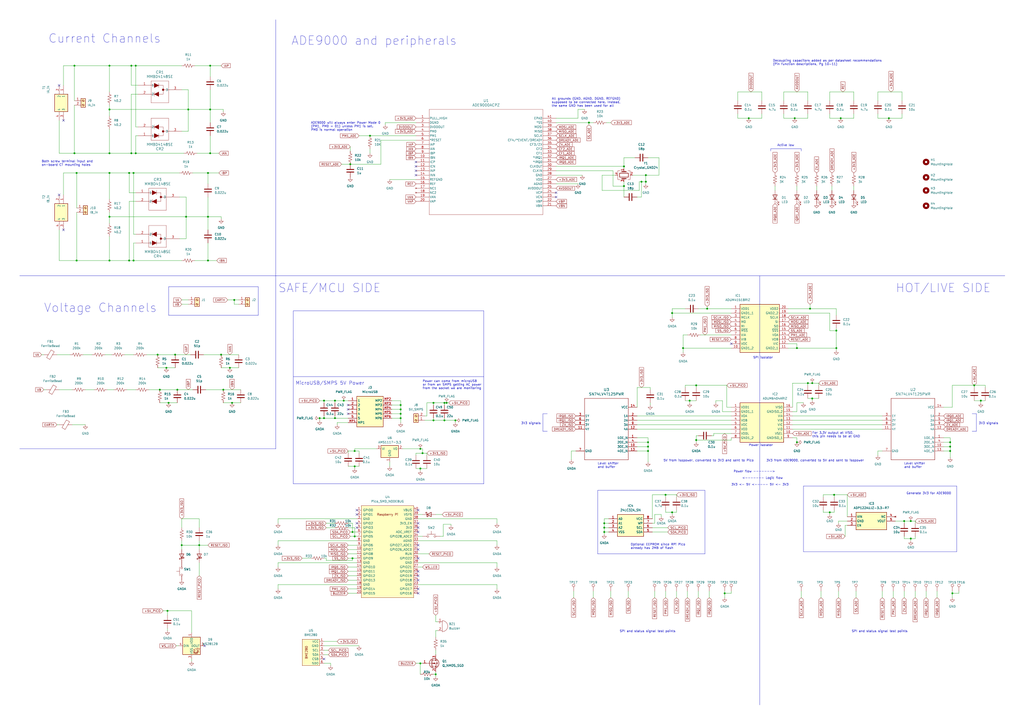
<source format=kicad_sch>
(kicad_sch (version 20230121) (generator eeschema)
  (paper "A2")
  (title_block (title "Sensing unit") (date "2024-03-05") (rev "1") (company "Group TUE-01, EE344 \\nAutodialing alarm system for temperature and humidity monitoring\\n\\n\\n\\n"))
  (junction (at 128.27 205.74))
  (junction (at 372.11 105.41))
  (junction (at 232.41 234.95))
  (junction (at 203.2 95.25))
  (junction (at 78.74 38.1))
  (junction (at 204.47 308.61))
  (junction (at 97.79 233.68))
  (junction (at 43.18 38.1))
  (junction (at 410.21 179.07))
  (junction (at 375.92 259.08))
  (junction (at 232.41 240.03))
  (junction (at 552.45 344.17))
  (junction (at 77.47 151.13))
  (junction (at 109.22 63.5))
  (junction (at 468.63 222.25))
  (junction (at 63.5 88.9))
  (junction (at 568.96 232.41))
  (junction (at 434.34 68.58))
  (junction (at 134.62 233.68))
  (junction (at 361.95 107.95))
  (junction (at 565.15 223.52))
  (junction (at 96.52 213.36))
  (junction (at 63.5 38.1))
  (junction (at 102.87 226.06))
  (junction (at 232.41 242.57))
  (junction (at 205.74 311.15))
  (junction (at 469.9 179.07))
  (junction (at 44.45 151.13))
  (junction (at 121.92 38.1))
  (junction (at 350.52 306.07))
  (junction (at 396.24 201.93))
  (junction (at 43.18 88.9))
  (junction (at 462.28 256.54))
  (junction (at 101.6 205.74))
  (junction (at 551.18 261.62))
  (junction (at 199.39 232.41))
  (junction (at 251.46 233.68))
  (junction (at 251.46 243.84))
  (junction (at 205.74 261.62))
  (junction (at 243.84 384.81))
  (junction (at 515.62 68.58))
  (junction (at 121.92 88.9))
  (junction (at 91.44 205.74))
  (junction (at 528.32 302.26))
  (junction (at 44.45 100.33))
  (junction (at 374.65 105.41))
  (junction (at 259.08 233.68))
  (junction (at 194.31 232.41))
  (junction (at 375.92 261.62))
  (junction (at 205.74 270.51))
  (junction (at 341.63 71.12))
  (junction (at 187.96 232.41))
  (junction (at 120.65 100.33))
  (junction (at 389.89 297.18))
  (junction (at 386.08 287.02))
  (junction (at 375.92 256.54))
  (junction (at 115.57 316.23))
  (junction (at 232.41 237.49))
  (junction (at 214.63 78.74))
  (junction (at 528.32 312.42))
  (junction (at 252.73 391.16))
  (junction (at 403.86 255.27))
  (junction (at 63.5 63.5))
  (junction (at 187.96 242.57))
  (junction (at 257.81 243.84))
  (junction (at 471.17 231.14))
  (junction (at 76.2 88.9))
  (junction (at 483.87 287.02))
  (junction (at 487.68 68.58))
  (junction (at 74.93 100.33))
  (junction (at 63.5 125.73))
  (junction (at 243.84 260.35))
  (junction (at 389.89 181.61))
  (junction (at 264.16 243.84))
  (junction (at 105.41 316.23))
  (junction (at 76.2 38.1))
  (junction (at 400.05 232.41))
  (junction (at 257.81 233.68))
  (junction (at 485.14 191.77))
  (junction (at 350.52 303.53))
  (junction (at 420.37 344.17))
  (junction (at 194.31 242.57))
  (junction (at 403.86 223.52))
  (junction (at 551.18 256.54))
  (junction (at 524.51 302.26))
  (junction (at 63.5 151.13))
  (junction (at 461.01 68.58))
  (junction (at 120.65 125.73))
  (junction (at 78.74 88.9))
  (junction (at 481.33 297.18))
  (junction (at 107.95 125.73))
  (junction (at 243.84 271.78))
  (junction (at 350.52 308.61))
  (junction (at 204.47 323.85))
  (junction (at 77.47 100.33))
  (junction (at 121.92 63.5))
  (junction (at 133.35 213.36))
  (junction (at 120.65 151.13))
  (junction (at 374.65 101.6))
  (junction (at 92.71 226.06))
  (junction (at 551.18 259.08))
  (junction (at 245.11 262.89))
  (junction (at 361.95 96.52))
  (junction (at 129.54 226.06))
  (junction (at 135.89 173.99))
  (junction (at 462.28 201.93))
  (junction (at 185.42 242.57))
  (junction (at 63.5 100.33))
  (junction (at 471.17 222.25))
  (junction (at 97.155 354.33))
  (junction (at 485.14 201.93))
  (junction (at 74.93 151.13))
  (no_connect (at 242.57 331.47))
  (no_connect (at 34.29 113.03))
  (no_connect (at 201.93 240.03))
  (no_connect (at 241.3 101.6))
  (no_connect (at 241.3 96.52))
  (no_connect (at 201.93 234.95))
  (no_connect (at 207.01 306.07))
  (no_connect (at 34.29 49.53))
  (no_connect (at 242.57 344.17))
  (no_connect (at 242.57 323.85))
  (no_connect (at 322.58 111.76))
  (no_connect (at 242.57 308.61))
  (no_connect (at 36.83 69.85))
  (no_connect (at 242.57 295.91))
  (no_connect (at 36.83 133.35))
  (no_connect (at 118.745 374.65))
  (no_connect (at 242.57 318.77))
  (no_connect (at 241.3 99.06))
  (no_connect (at 242.57 316.23))
  (no_connect (at 242.57 334.01))
  (no_connect (at 242.57 341.63))
  (no_connect (at 242.57 336.55))
  (no_connect (at 242.57 306.07))
  (no_connect (at 241.3 93.98))
  (no_connect (at 187.96 382.27))
  (no_connect (at 207.01 303.53))
  (no_connect (at 322.58 114.3))
  (no_connect (at 201.93 237.49))
  (no_connect (at 207.01 295.91))
  (no_connect (at 242.57 303.53))
  (no_connect (at 207.01 298.45))
  (no_connect (at 424.18 199.39))
  (wire (pts (xy 205.74 306.07) (xy 205.74 311.15)))
  (wire (pts (xy 241.3 81.28) (xy 220.98 81.28)))
  (wire (pts (xy 462.28 238.76) (xy 459.74 238.76)))
  (wire (pts (xy 36.83 113.03) (xy 36.83 100.33)))
  (wire (pts (xy 396.24 201.93) (xy 396.24 204.47)))
  (wire (pts (xy 490.22 311.15) (xy 490.22 304.8)))
  (wire (pts (xy 474.98 223.52) (xy 474.98 222.25)))
  (wire (pts (xy 288.29 339.09) (xy 288.29 341.63)))
  (wire (pts (xy 241.3 271.78) (xy 243.84 271.78)))
  (wire (pts (xy 76.2 88.9) (xy 78.74 88.9)))
  (wire (pts (xy 410.21 179.07) (xy 405.13 179.07)))
  (wire (pts (xy 552.45 344.17) (xy 552.45 342.9)))
  (wire (pts (xy 214.63 86.36) (xy 214.63 88.9)))
  (wire (pts (xy 214.63 78.74) (xy 241.3 78.74)))
  (wire (pts (xy 543.56 342.9) (xy 543.56 346.71)))
  (wire (pts (xy 454.66 66.04) (xy 454.66 68.58)))
  (wire (pts (xy 201.93 316.23) (xy 207.01 316.23)))
  (wire (pts (xy 361.95 107.95) (xy 361.95 114.3)))
  (wire (pts (xy 398.78 194.31) (xy 396.24 194.31)))
  (wire (pts (xy 509.27 261.62) (xy 509.27 264.16)))
  (wire (pts (xy 63.5 115.57) (xy 63.5 100.33)))
  (wire (pts (xy 33.02 205.74) (xy 40.64 205.74)))
  (polyline (pts (xy 440.69 160.02) (xy 440.69 309.88)))
  (wire (pts (xy 427.99 58.42) (xy 427.99 53.34)))
  (wire (pts (xy 454.66 58.42) (xy 454.66 53.34)))
  (wire (pts (xy 105.41 176.53) (xy 109.22 176.53)))
  (wire (pts (xy 44.45 123.19) (xy 44.45 151.13)))
  (wire (pts (xy 386.08 287.02) (xy 392.43 287.02)))
  (polyline (pts (xy 466.09 320.04) (xy 554.99 320.04)))
  (wire (pts (xy 378.46 308.61) (xy 387.35 308.61)))
  (wire (pts (xy 227.33 237.49) (xy 232.41 237.49)))
  (wire (pts (xy 468.63 53.34) (xy 468.63 58.42)))
  (wire (pts (xy 473.71 107.95) (xy 473.71 110.49)))
  (wire (pts (xy 207.01 300.99) (xy 161.29 300.99)))
  (wire (pts (xy 62.23 226.06) (xy 66.04 226.06)))
  (wire (pts (xy 462.28 233.68) (xy 466.09 233.68)))
  (wire (pts (xy 207.01 313.69) (xy 161.29 313.69)))
  (wire (pts (xy 227.33 242.57) (xy 232.41 242.57)))
  (wire (pts (xy 74.93 116.84) (xy 74.93 151.13)))
  (polyline (pts (xy 280.67 180.34) (xy 280.67 280.67)))
  (wire (pts (xy 350.52 303.53) (xy 350.52 306.07)))
  (wire (pts (xy 241.3 264.16) (xy 241.3 262.89)))
  (wire (pts (xy 104.14 138.43) (xy 107.95 138.43)))
  (wire (pts (xy 247.65 233.68) (xy 247.65 241.3)))
  (wire (pts (xy 203.2 311.15) (xy 205.74 311.15)))
  (wire (pts (xy 187.96 241.3) (xy 187.96 242.57)))
  (wire (pts (xy 396.24 201.93) (xy 424.18 201.93)))
  (wire (pts (xy 24.13 205.74) (xy 25.4 205.74)))
  (wire (pts (xy 462.28 254) (xy 462.28 256.54)))
  (wire (pts (xy 195.58 245.11) (xy 195.58 246.38)))
  (wire (pts (xy 102.235 374.65) (xy 103.505 374.65)))
  (wire (pts (xy 208.28 78.74) (xy 214.63 78.74)))
  (wire (pts (xy 403.86 252.73) (xy 403.86 255.27)))
  (wire (pts (xy 369.57 236.22) (xy 369.57 224.79)))
  (wire (pts (xy 198.12 95.25) (xy 203.2 95.25)))
  (wire (pts (xy 120.65 151.13) (xy 120.65 140.97)))
  (wire (pts (xy 201.93 328.93) (xy 207.01 328.93)))
  (wire (pts (xy 120.65 125.73) (xy 120.65 133.35)))
  (wire (pts (xy 204.47 308.61) (xy 207.01 308.61)))
  (polyline (pts (xy 566.42 240.03) (xy 566.42 250.19)))
  (wire (pts (xy 43.18 58.42) (xy 43.18 38.1)))
  (wire (pts (xy 335.28 63.5) (xy 339.09 63.5)))
  (wire (pts (xy 109.22 63.5) (xy 121.92 63.5)))
  (wire (pts (xy 78.74 116.84) (xy 74.93 116.84)))
  (wire (pts (xy 252.73 356.87) (xy 252.73 360.68)))
  (polyline (pts (xy 170.18 196.85) (xy 170.18 180.34)))
  (wire (pts (xy 121.92 63.5) (xy 129.54 63.5)))
  (wire (pts (xy 63.5 151.13) (xy 74.93 151.13)))
  (wire (pts (xy 481.33 297.18) (xy 481.33 298.45)))
  (wire (pts (xy 201.93 245.11) (xy 195.58 245.11)))
  (wire (pts (xy 369.57 241.3) (xy 424.18 241.3)))
  (wire (pts (xy 464.82 342.9) (xy 464.82 346.71)))
  (wire (pts (xy 528.32 312.42) (xy 528.32 313.69)))
  (polyline (pts (xy 447.04 86.36) (xy 447.04 87.63)))
  (wire (pts (xy 187.96 379.73) (xy 190.5 379.73)))
  (wire (pts (xy 353.06 300.99) (xy 350.52 300.99)))
  (wire (pts (xy 551.18 261.62) (xy 547.37 261.62)))
  (wire (pts (xy 201.93 321.31) (xy 207.01 321.31)))
  (wire (pts (xy 63.5 63.5) (xy 63.5 67.31)))
  (wire (pts (xy 78.74 135.89) (xy 77.47 135.89)))
  (wire (pts (xy 92.71 233.68) (xy 97.79 233.68)))
  (wire (pts (xy 232.41 232.41) (xy 232.41 234.95)))
  (wire (pts (xy 185.42 232.41) (xy 187.96 232.41)))
  (wire (pts (xy 113.03 38.1) (xy 121.92 38.1)))
  (wire (pts (xy 530.86 342.9) (xy 530.86 346.71)))
  (wire (pts (xy 80.01 78.74) (xy 78.74 78.74)))
  (wire (pts (xy 43.18 60.96) (xy 43.18 88.9)))
  (wire (pts (xy 189.23 325.12) (xy 189.23 323.85)))
  (wire (pts (xy 568.96 232.41) (xy 568.96 233.68)))
  (wire (pts (xy 63.5 100.33) (xy 74.93 100.33)))
  (wire (pts (xy 482.6 107.95) (xy 482.6 110.49)))
  (wire (pts (xy 386.08 297.18) (xy 389.89 297.18)))
  (wire (pts (xy 74.93 151.13) (xy 77.47 151.13)))
  (wire (pts (xy 471.17 231.14) (xy 474.98 231.14)))
  (wire (pts (xy 322.58 106.68) (xy 335.28 106.68)))
  (wire (pts (xy 115.57 300.99) (xy 115.57 306.07)))
  (wire (pts (xy 354.33 342.9) (xy 354.33 346.71)))
  (wire (pts (xy 105.41 52.07) (xy 109.22 52.07)))
  (wire (pts (xy 369.57 114.3) (xy 372.11 114.3)))
  (wire (pts (xy 419.1 232.41) (xy 415.29 232.41)))
  (wire (pts (xy 481.33 297.18) (xy 483.87 297.18)))
  (wire (pts (xy 350.52 300.99) (xy 350.52 303.53)))
  (wire (pts (xy 91.44 205.74) (xy 101.6 205.74)))
  (wire (pts (xy 233.68 260.35) (xy 243.84 260.35)))
  (wire (pts (xy 341.63 72.39) (xy 341.63 71.12)))
  (wire (pts (xy 496.57 342.9) (xy 496.57 346.71)))
  (wire (pts (xy 552.45 223.52) (xy 565.15 223.52)))
  (wire (pts (xy 189.23 303.53) (xy 194.31 303.53)))
  (wire (pts (xy 105.41 300.99) (xy 115.57 300.99)))
  (wire (pts (xy 509.27 53.34) (xy 523.24 53.34)))
  (wire (pts (xy 34.29 69.85) (xy 34.29 88.9)))
  (wire (pts (xy 187.96 232.41) (xy 194.31 232.41)))
  (wire (pts (xy 374.65 101.6) (xy 374.65 105.41)))
  (wire (pts (xy 105.41 76.2) (xy 109.22 76.2)))
  (polyline (pts (xy 408.94 321.31) (xy 408.94 284.48)))
  (wire (pts (xy 389.89 181.61) (xy 424.18 181.61)))
  (wire (pts (xy 427.99 53.34) (xy 441.96 53.34)))
  (wire (pts (xy 377.19 233.68) (xy 377.19 234.95)))
  (wire (pts (xy 403.86 255.27) (xy 403.86 256.54)))
  (wire (pts (xy 111.125 367.03) (xy 111.125 354.33)))
  (wire (pts (xy 547.37 254) (xy 551.18 254)))
  (wire (pts (xy 375.92 256.54) (xy 375.92 259.08)))
  (wire (pts (xy 133.35 213.36) (xy 138.43 213.36)))
  (wire (pts (xy 530.86 312.42) (xy 530.86 311.15)))
  (wire (pts (xy 397.51 232.41) (xy 400.05 232.41)))
  (wire (pts (xy 551.18 259.08) (xy 547.37 259.08)))
  (wire (pts (xy 194.31 232.41) (xy 194.31 233.68)))
  (wire (pts (xy 205.74 311.15) (xy 207.01 311.15)))
  (wire (pts (xy 400.05 232.41) (xy 403.86 232.41)))
  (wire (pts (xy 485.14 201.93) (xy 485.14 203.2)))
  (wire (pts (xy 524.51 342.9) (xy 524.51 346.71)))
  (wire (pts (xy 252.73 391.16) (xy 252.73 392.43)))
  (wire (pts (xy 457.2 181.61) (xy 481.33 181.61)))
  (wire (pts (xy 115.57 334.01) (xy 115.57 326.39)))
  (wire (pts (xy 524.51 302.26) (xy 528.32 302.26)))
  (wire (pts (xy 370.84 110.49) (xy 370.84 105.41)))
  (wire (pts (xy 565.15 224.79) (xy 565.15 223.52)))
  (wire (pts (xy 350.52 306.07) (xy 350.52 308.61)))
  (wire (pts (xy 528.32 312.42) (xy 530.86 312.42)))
  (wire (pts (xy 251.46 233.68) (xy 257.81 233.68)))
  (wire (pts (xy 459.74 254) (xy 462.28 254)))
  (wire (pts (xy 242.57 313.69) (xy 288.29 313.69)))
  (wire (pts (xy 243.84 260.35) (xy 245.11 260.35)))
  (wire (pts (xy 491.49 302.26) (xy 486.41 302.26)))
  (wire (pts (xy 223.52 72.39) (xy 223.52 71.12)))
  (wire (pts (xy 344.17 342.9) (xy 344.17 346.71)))
  (wire (pts (xy 76.2 54.61) (xy 76.2 88.9)))
  (wire (pts (xy 226.06 267.97) (xy 226.06 270.51)))
  (wire (pts (xy 49.53 226.06) (xy 54.61 226.06)))
  (wire (pts (xy 419.1 238.76) (xy 419.1 232.41)))
  (wire (pts (xy 86.36 226.06) (xy 92.71 226.06)))
  (wire (pts (xy 459.74 243.84) (xy 511.81 243.84)))
  (wire (pts (xy 201.93 336.55) (xy 207.01 336.55)))
  (wire (pts (xy 509.27 68.58) (xy 515.62 68.58)))
  (wire (pts (xy 392.43 342.9) (xy 392.43 346.71)))
  (wire (pts (xy 375.92 254) (xy 375.92 256.54)))
  (wire (pts (xy 322.58 71.12) (xy 341.63 71.12)))
  (polyline (pts (xy 11.43 260.35) (xy 160.02 260.35)))
  (wire (pts (xy 361.95 91.44) (xy 361.95 96.52)))
  (wire (pts (xy 207.01 326.39) (xy 161.29 326.39)))
  (wire (pts (xy 350.52 308.61) (xy 350.52 309.88)))
  (wire (pts (xy 252.73 298.45) (xy 256.54 298.45)))
  (wire (pts (xy 243.84 384.81) (xy 243.84 391.16)))
  (wire (pts (xy 420.37 344.17) (xy 420.37 346.71)))
  (wire (pts (xy 518.16 342.9) (xy 518.16 346.71)))
  (wire (pts (xy 241.3 384.81) (xy 243.84 384.81)))
  (wire (pts (xy 369.57 256.54) (xy 375.92 256.54)))
  (wire (pts (xy 242.57 326.39) (xy 288.29 326.39)))
  (wire (pts (xy 491.49 299.72) (xy 491.49 287.02)))
  (wire (pts (xy 424.18 255.27) (xy 424.18 254)))
  (wire (pts (xy 242.57 300.99) (xy 288.29 300.99)))
  (wire (pts (xy 128.27 125.73) (xy 128.27 127)))
  (wire (pts (xy 389.89 297.18) (xy 392.43 297.18)))
  (wire (pts (xy 80.01 73.66) (xy 78.74 73.66)))
  (wire (pts (xy 353.06 308.61) (xy 350.52 308.61)))
  (wire (pts (xy 251.46 242.57) (xy 251.46 243.84)))
  (wire (pts (xy 97.155 354.33) (xy 111.125 354.33)))
  (wire (pts (xy 63.5 60.96) (xy 63.5 63.5)))
  (wire (pts (xy 537.21 342.9) (xy 537.21 346.71)))
  (wire (pts (xy 369.57 246.38) (xy 424.18 246.38)))
  (wire (pts (xy 245.11 260.35) (xy 245.11 262.89)))
  (wire (pts (xy 161.29 326.39) (xy 161.29 328.93)))
  (wire (pts (xy 355.6 107.95) (xy 361.95 107.95)))
  (wire (pts (xy 247.65 264.16) (xy 247.65 262.89)))
  (wire (pts (xy 571.5 223.52) (xy 565.15 223.52)))
  (wire (pts (xy 509.27 66.04) (xy 509.27 68.58)))
  (wire (pts (xy 552.45 344.17) (xy 556.26 344.17)))
  (wire (pts (xy 335.28 68.58) (xy 322.58 68.58)))
  (wire (pts (xy 134.62 233.68) (xy 139.7 233.68)))
  (wire (pts (xy 369.57 248.92) (xy 424.18 248.92)))
  (wire (pts (xy 194.31 232.41) (xy 199.39 232.41)))
  (polyline (pts (xy 466.09 281.94) (xy 466.09 320.04)))
  (wire (pts (xy 33.02 246.38) (xy 34.29 246.38)))
  (wire (pts (xy 332.74 342.9) (xy 332.74 346.71)))
  (polyline (pts (xy 466.09 281.94) (xy 554.99 281.94)))
  (wire (pts (xy 101.6 205.74) (xy 110.49 205.74)))
  (wire (pts (xy 571.5 224.79) (xy 571.5 223.52)))
  (polyline (pts (xy 97.79 166.37) (xy 97.79 182.88)))
  (wire (pts (xy 111.125 383.54) (xy 111.125 382.27)))
  (wire (pts (xy 120.65 100.33) (xy 120.65 106.68)))
  (wire (pts (xy 400.05 232.41) (xy 400.05 233.68)))
  (wire (pts (xy 477.52 295.91) (xy 477.52 297.18)))
  (wire (pts (xy 194.31 241.3) (xy 194.31 242.57)))
  (wire (pts (xy 476.25 342.9) (xy 476.25 346.71)))
  (wire (pts (xy 220.98 81.28) (xy 220.98 95.25)))
  (wire (pts (xy 457.2 199.39) (xy 462.28 199.39)))
  (polyline (pts (xy 464.82 86.36) (xy 464.82 87.63)))
  (wire (pts (xy 63.5 74.93) (xy 63.5 88.9)))
  (wire (pts (xy 63.5 125.73) (xy 63.5 129.54)))
  (wire (pts (xy 471.17 231.14) (xy 471.17 232.41)))
  (polyline (pts (xy 160.02 11.43) (xy 160.02 260.35)))
  (wire (pts (xy 509.27 58.42) (xy 509.27 53.34)))
  (wire (pts (xy 44.45 151.13) (xy 63.5 151.13)))
  (wire (pts (xy 252.73 365.76) (xy 254 365.76)))
  (wire (pts (xy 44.45 100.33) (xy 63.5 100.33)))
  (wire (pts (xy 201.93 331.47) (xy 207.01 331.47)))
  (wire (pts (xy 477.52 297.18) (xy 481.33 297.18)))
  (polyline (pts (xy 554.99 320.04) (xy 554.99 281.94)))
  (wire (pts (xy 208.28 270.51) (xy 205.74 270.51)))
  (wire (pts (xy 201.93 344.17) (xy 207.01 344.17)))
  (wire (pts (xy 485.14 190.5) (xy 485.14 191.77)))
  (wire (pts (xy 187.96 232.41) (xy 187.96 233.68)))
  (polyline (pts (xy 440.69 309.88) (xy 440.69 408.94)))
  (wire (pts (xy 76.2 38.1) (xy 76.2 49.53)))
  (wire (pts (xy 161.29 339.09) (xy 161.29 341.63)))
  (wire (pts (xy 73.66 226.06) (xy 78.74 226.06)))
  (wire (pts (xy 434.34 68.58) (xy 441.96 68.58)))
  (wire (pts (xy 189.23 306.07) (xy 194.31 306.07)))
  (wire (pts (xy 205.74 270.51) (xy 201.93 270.51)))
  (wire (pts (xy 77.47 151.13) (xy 105.41 151.13)))
  (wire (pts (xy 34.29 88.9) (xy 43.18 88.9)))
  (wire (pts (xy 63.5 88.9) (xy 76.2 88.9)))
  (wire (pts (xy 481.33 68.58) (xy 487.68 68.58)))
  (wire (pts (xy 207.01 339.09) (xy 161.29 339.09)))
  (wire (pts (xy 519.43 302.26) (xy 524.51 302.26)))
  (wire (pts (xy 523.24 53.34) (xy 523.24 58.42)))
  (wire (pts (xy 341.63 71.12) (xy 344.17 71.12)))
  (wire (pts (xy 403.86 255.27) (xy 424.18 255.27)))
  (wire (pts (xy 255.27 311.15) (xy 257.175 311.15)))
  (wire (pts (xy 261.62 304.165) (xy 261.62 304.8)))
  (wire (pts (xy 454.66 53.34) (xy 468.63 53.34)))
  (wire (pts (xy 43.18 38.1) (xy 63.5 38.1)))
  (wire (pts (xy 454.66 68.58) (xy 461.01 68.58)))
  (wire (pts (xy 369.57 224.79) (xy 377.19 224.79)))
  (wire (pts (xy 74.93 111.76) (xy 78.74 111.76)))
  (polyline (pts (xy 97.79 166.37) (xy 149.86 166.37)))
  (wire (pts (xy 74.93 100.33) (xy 77.47 100.33)))
  (wire (pts (xy 469.9 176.53) (xy 469.9 179.07)))
  (wire (pts (xy 372.11 114.3) (xy 372.11 105.41)))
  (wire (pts (xy 471.17 222.25) (xy 474.98 222.25)))
  (wire (pts (xy 420.37 344.17) (xy 420.37 342.9)))
  (wire (pts (xy 118.11 205.74) (xy 128.27 205.74)))
  (wire (pts (xy 121.92 38.1) (xy 121.92 44.45)))
  (wire (pts (xy 349.25 101.6) (xy 349.25 110.49)))
  (wire (pts (xy 113.03 151.13) (xy 120.65 151.13)))
  (wire (pts (xy 257.81 242.57) (xy 257.81 243.84)))
  (wire (pts (xy 461.01 68.58) (xy 468.63 68.58)))
  (wire (pts (xy 386.08 287.02) (xy 386.08 288.29)))
  (wire (pts (xy 375.92 261.62) (xy 375.92 267.97)))
  (wire (pts (xy 76.2 49.53) (xy 80.01 49.53)))
  (wire (pts (xy 251.46 233.68) (xy 251.46 234.95)))
  (wire (pts (xy 201.93 306.07) (xy 205.74 306.07)))
  (wire (pts (xy 121.92 88.9) (xy 121.92 78.74)))
  (wire (pts (xy 115.57 316.23) (xy 115.57 318.77)))
  (wire (pts (xy 251.46 243.84) (xy 257.81 243.84)))
  (wire (pts (xy 97.155 354.33) (xy 97.155 356.87)))
  (wire (pts (xy 25.4 226.06) (xy 26.67 226.06)))
  (wire (pts (xy 242.57 298.45) (xy 245.11 298.45)))
  (wire (pts (xy 120.65 114.3) (xy 120.65 125.73)))
  (wire (pts (xy 264.16 243.84) (xy 264.16 245.11)))
  (wire (pts (xy 490.22 304.8) (xy 491.49 304.8)))
  (wire (pts (xy 364.49 342.9) (xy 364.49 346.71)))
  (polyline (pts (xy 170.18 218.44) (xy 280.67 218.44)))
  (wire (pts (xy 77.47 140.97) (xy 77.47 151.13)))
  (wire (pts (xy 415.29 232.41) (xy 415.29 233.68)))
  (wire (pts (xy 424.18 179.07) (xy 410.21 179.07)))
  (wire (pts (xy 109.22 52.07) (xy 109.22 63.5)))
  (wire (pts (xy 551.18 256.54) (xy 551.18 259.08)))
  (wire (pts (xy 41.91 246.38) (xy 49.53 246.38)))
  (wire (pts (xy 161.29 313.69) (xy 161.29 316.23)))
  (wire (pts (xy 227.33 240.03) (xy 232.41 240.03)))
  (wire (pts (xy 288.29 300.99) (xy 288.29 303.53)))
  (wire (pts (xy 205.74 261.62) (xy 201.93 261.62)))
  (wire (pts (xy 441.96 53.34) (xy 441.96 58.42)))
  (wire (pts (xy 243.84 271.78) (xy 243.84 273.05)))
  (wire (pts (xy 259.08 233.68) (xy 260.35 233.68)))
  (wire (pts (xy 121.92 52.07) (xy 121.92 63.5)))
  (polyline (pts (xy 346.71 321.31) (xy 408.94 321.31)))
  (wire (pts (xy 552.45 344.17) (xy 552.45 346.71)))
  (wire (pts (xy 462.28 107.95) (xy 462.28 110.49)))
  (polyline (pts (xy 563.88 240.03) (xy 566.42 240.03)))
  (polyline (pts (xy 317.5 240.03) (xy 314.96 240.03)))
  (wire (pts (xy 530.86 302.26) (xy 530.86 303.53)))
  (wire (pts (xy 74.93 100.33) (xy 74.93 111.76)))
  (wire (pts (xy 257.81 233.68) (xy 257.81 234.95)))
  (wire (pts (xy 369.57 254) (xy 375.92 254)))
  (wire (pts (xy 382.27 101.6) (xy 374.65 101.6)))
  (wire (pts (xy 403.86 252.73) (xy 405.13 252.73)))
  (polyline (pts (xy 346.71 284.48) (xy 346.71 321.31)))
  (wire (pts (xy 34.29 226.06) (xy 41.91 226.06)))
  (wire (pts (xy 43.18 88.9) (xy 63.5 88.9)))
  (wire (pts (xy 481.33 181.61) (xy 481.33 191.77)))
  (wire (pts (xy 36.83 100.33) (xy 44.45 100.33)))
  (wire (pts (xy 63.5 38.1) (xy 76.2 38.1)))
  (wire (pts (xy 223.52 71.12) (xy 241.3 71.12)))
  (wire (pts (xy 412.75 252.73) (xy 414.02 252.73)))
  (wire (pts (xy 204.47 325.12) (xy 189.23 325.12)))
  (wire (pts (xy 350.52 306.07) (xy 353.06 306.07)))
  (wire (pts (xy 511.81 261.62) (xy 509.27 261.62)))
  (wire (pts (xy 483.87 297.18) (xy 483.87 295.91)))
  (wire (pts (xy 257.81 233.68) (xy 259.08 233.68)))
  (wire (pts (xy 349.25 110.49) (xy 370.84 110.49)))
  (wire (pts (xy 208.28 261.62) (xy 205.74 261.62)))
  (wire (pts (xy 421.64 223.52) (xy 403.86 223.52)))
  (wire (pts (xy 129.54 233.68) (xy 134.62 233.68)))
  (wire (pts (xy 459.74 236.22) (xy 459.74 222.25)))
  (wire (pts (xy 481.33 53.34) (xy 495.3 53.34)))
  (wire (pts (xy 398.78 342.9) (xy 398.78 346.71)))
  (wire (pts (xy 374.65 105.41) (xy 374.65 106.68)))
  (wire (pts (xy 232.41 234.95) (xy 232.41 237.49)))
  (wire (pts (xy 247.65 233.68) (xy 251.46 233.68)))
  (wire (pts (xy 232.41 242.57) (xy 232.41 245.11)))
  (wire (pts (xy 63.5 137.16) (xy 63.5 151.13)))
  (wire (pts (xy 175.26 323.85) (xy 180.34 323.85)))
  (wire (pts (xy 63.5 63.5) (xy 109.22 63.5)))
  (wire (pts (xy 105.41 316.23) (xy 115.57 316.23)))
  (wire (pts (xy 383.54 298.45) (xy 383.54 299.72)))
  (wire (pts (xy 201.93 262.89) (xy 201.93 261.62)))
  (wire (pts (xy 254 360.68) (xy 252.73 360.68)))
  (wire (pts (xy 396.24 194.31) (xy 396.24 201.93)))
  (wire (pts (xy 571.5 232.41) (xy 568.96 232.41)))
  (wire (pts (xy 457.2 201.93) (xy 462.28 201.93)))
  (wire (pts (xy 257.175 311.15) (xy 257.175 304.165)))
  (wire (pts (xy 111.76 100.33) (xy 120.65 100.33)))
  (wire (pts (xy 414.02 251.46) (xy 424.18 251.46)))
  (wire (pts (xy 204.47 323.85) (xy 204.47 325.12)))
  (wire (pts (xy 96.52 213.36) (xy 101.6 213.36)))
  (wire (pts (xy 201.93 303.53) (xy 204.47 303.53)))
  (wire (pts (xy 187.96 377.19) (xy 190.5 377.19)))
  (wire (pts (xy 485.14 191.77) (xy 485.14 201.93)))
  (wire (pts (xy 248.92 321.31) (xy 242.57 321.31)))
  (wire (pts (xy 322.58 99.06) (xy 355.6 99.06)))
  (wire (pts (xy 243.84 271.78) (xy 247.65 271.78)))
  (wire (pts (xy 36.83 49.53) (xy 36.83 38.1)))
  (wire (pts (xy 121.92 88.9) (xy 127 88.9)))
  (wire (pts (xy 552.45 236.22) (xy 552.45 223.52)))
  (wire (pts (xy 481.33 58.42) (xy 481.33 53.34)))
  (wire (pts (xy 468.63 222.25) (xy 471.17 222.25)))
  (wire (pts (xy 414.02 252.73) (xy 414.02 251.46)))
  (wire (pts (xy 78.74 88.9) (xy 106.68 88.9)))
  (wire (pts (xy 36.83 38.1) (xy 43.18 38.1)))
  (wire (pts (xy 495.3 107.95) (xy 495.3 110.49)))
  (wire (pts (xy 91.44 213.36) (xy 96.52 213.36)))
  (wire (pts (xy 115.57 316.23) (xy 120.65 316.23)))
  (wire (pts (xy 495.3 68.58) (xy 495.3 66.04)))
  (wire (pts (xy 424.18 238.76) (xy 419.1 238.76)))
  (wire (pts (xy 331.47 261.62) (xy 331.47 266.7)))
  (wire (pts (xy 375.92 259.08) (xy 375.92 261.62)))
  (wire (pts (xy 469.9 179.07) (xy 485.14 179.07)))
  (wire (pts (xy 78.74 140.97) (xy 77.47 140.97)))
  (wire (pts (xy 468.63 231.14) (xy 471.17 231.14)))
  (wire (pts (xy 257.81 243.84) (xy 264.16 243.84)))
  (polyline (pts (xy 170.18 180.34) (xy 280.67 180.34)))
  (wire (pts (xy 355.6 99.06) (xy 355.6 107.95)))
  (wire (pts (xy 201.93 334.01) (xy 207.01 334.01)))
  (wire (pts (xy 335.28 63.5) (xy 335.28 68.58)))
  (wire (pts (xy 389.89 179.07) (xy 389.89 181.61)))
  (wire (pts (xy 114.3 88.9) (xy 121.92 88.9)))
  (wire (pts (xy 242.57 339.09) (xy 288.29 339.09)))
  (wire (pts (xy 104.14 114.3) (xy 107.95 114.3)))
  (wire (pts (xy 185.42 242.57) (xy 185.42 243.84)))
  (wire (pts (xy 78.74 38.1) (xy 105.41 38.1)))
  (wire (pts (xy 361.95 96.52) (xy 361.95 97.79)))
  (wire (pts (xy 92.71 226.06) (xy 102.87 226.06)))
  (wire (pts (xy 386.08 342.9) (xy 386.08 346.71)))
  (wire (pts (xy 252.73 365.76) (xy 252.73 369.57)))
  (wire (pts (xy 63.5 125.73) (xy 107.95 125.73)))
  (wire (pts (xy 78.74 78.74) (xy 78.74 88.9)))
  (wire (pts (xy 568.96 232.41) (xy 565.15 232.41)))
  (wire (pts (xy 481.33 191.77) (xy 485.14 191.77)))
  (wire (pts (xy 392.43 297.18) (xy 392.43 295.91)))
  (wire (pts (xy 76.2 38.1) (xy 78.74 38.1)))
  (polyline (pts (xy 97.79 182.88) (xy 149.86 182.88)))
  (wire (pts (xy 405.13 342.9) (xy 405.13 346.71)))
  (wire (pts (xy 367.03 101.6) (xy 374.65 101.6)))
  (wire (pts (xy 204.47 308.61) (xy 204.47 303.53)))
  (wire (pts (xy 369.57 261.62) (xy 375.92 261.62)))
  (wire (pts (xy 378.46 300.99) (xy 378.46 287.02)))
  (wire (pts (xy 194.31 242.57) (xy 201.93 242.57)))
  (wire (pts (xy 245.11 328.93) (xy 242.57 328.93)))
  (wire (pts (xy 128.27 205.74) (xy 138.43 205.74)))
  (wire (pts (xy 115.57 313.69) (xy 115.57 316.23)))
  (wire (pts (xy 63.5 123.19) (xy 63.5 125.73)))
  (wire (pts (xy 105.41 316.23) (xy 105.41 318.77)))
  (wire (pts (xy 427.99 68.58) (xy 434.34 68.58)))
  (wire (pts (xy 481.33 66.04) (xy 481.33 68.58)))
  (wire (pts (xy 129.54 63.5) (xy 129.54 64.77)))
  (wire (pts (xy 105.41 313.69) (xy 105.41 316.23)))
  (wire (pts (xy 251.46 391.16) (xy 252.73 391.16)))
  (wire (pts (xy 199.39 232.41) (xy 201.93 232.41)))
  (wire (pts (xy 468.63 223.52) (xy 468.63 222.25)))
  (wire (pts (xy 132.08 173.99) (xy 135.89 173.99)))
  (wire (pts (xy 187.96 242.57) (xy 194.31 242.57)))
  (wire (pts (xy 386.08 295.91) (xy 386.08 297.18)))
  (wire (pts (xy 462.28 199.39) (xy 462.28 201.93)))
  (wire (pts (xy 232.41 240.03) (xy 232.41 242.57)))
  (wire (pts (xy 63.5 53.34) (xy 63.5 38.1)))
  (wire (pts (xy 245.11 262.89) (xy 247.65 262.89)))
  (wire (pts (xy 459.74 248.92) (xy 511.81 248.92)))
  (wire (pts (xy 406.4 194.31) (xy 424.18 194.31)))
  (wire (pts (xy 94.615 354.33) (xy 97.155 354.33)))
  (polyline (pts (xy 170.18 196.85) (xy 170.18 280.67)))
  (wire (pts (xy 528.32 302.26) (xy 530.86 302.26)))
  (wire (pts (xy 60.96 205.74) (xy 64.77 205.74)))
  (wire (pts (xy 34.29 133.35) (xy 34.29 151.13)))
  (wire (pts (xy 459.74 246.38) (xy 511.81 246.38)))
  (wire (pts (xy 120.65 100.33) (xy 127 100.33)))
  (wire (pts (xy 252.73 377.19) (xy 252.73 379.73)))
  (wire (pts (xy 523.24 68.58) (xy 523.24 66.04)))
  (wire (pts (xy 135.89 176.53) (xy 138.43 176.53)))
  (wire (pts (xy 227.33 232.41) (xy 232.41 232.41)))
  (wire (pts (xy 243.84 384.81) (xy 245.11 384.81)))
  (wire (pts (xy 120.65 125.73) (xy 128.27 125.73)))
  (wire (pts (xy 80.01 54.61) (xy 76.2 54.61)))
  (polyline (pts (xy 563.88 250.19) (xy 566.42 250.19)))
  (wire (pts (xy 78.74 38.1) (xy 78.74 73.66)))
  (wire (pts (xy 135.89 173.99) (xy 135.89 176.53)))
  (wire (pts (xy 97.155 364.49) (xy 97.155 365.76)))
  (wire (pts (xy 462.28 233.68) (xy 462.28 238.76)))
  (wire (pts (xy 524.51 302.26) (xy 524.51 303.53)))
  (wire (pts (xy 459.74 222.25) (xy 468.63 222.25)))
  (wire (pts (xy 322.58 101.6) (xy 337.82 101.6)))
  (polyline (pts (xy 447.04 86.36) (xy 464.82 86.36)))
  (wire (pts (xy 187.96 372.11) (xy 195.58 372.11)))
  (wire (pts (xy 203.2 85.09) (xy 203.2 87.63)))
  (wire (pts (xy 397.51 223.52) (xy 403.86 223.52)))
  (wire (pts (xy 377.19 224.79) (xy 377.19 226.06)))
  (wire (pts (xy 421.64 236.22) (xy 421.64 223.52)))
  (wire (pts (xy 389.89 297.18) (xy 389.89 298.45)))
  (wire (pts (xy 77.47 100.33) (xy 104.14 100.33)))
  (wire (pts (xy 427.99 66.04) (xy 427.99 68.58)))
  (wire (pts (xy 185.42 242.57) (xy 187.96 242.57)))
  (wire (pts (xy 161.29 300.99) (xy 161.29 303.53)))
  (wire (pts (xy 226.06 104.14) (xy 241.3 104.14)))
  (wire (pts (xy 397.51 179.07) (xy 389.89 179.07)))
  (wire (pts (xy 411.48 342.9) (xy 411.48 346.71)))
  (wire (pts (xy 551.18 259.08) (xy 551.18 261.62)))
  (wire (pts (xy 201.93 323.85) (xy 204.47 323.85)))
  (wire (pts (xy 524.51 312.42) (xy 528.32 312.42)))
  (wire (pts (xy 410.21 177.8) (xy 410.21 179.07)))
  (wire (pts (xy 85.09 205.74) (xy 91.44 205.74)))
  (wire (pts (xy 187.96 384.81) (xy 191.77 384.81)))
  (wire (pts (xy 128.27 213.36) (xy 133.35 213.36)))
  (wire (pts (xy 389.89 181.61) (xy 389.89 184.15)))
  (wire (pts (xy 369.57 259.08) (xy 375.92 259.08)))
  (wire (pts (xy 486.41 342.9) (xy 486.41 346.71)))
  (wire (pts (xy 107.95 125.73) (xy 120.65 125.73)))
  (polyline (pts (xy 280.67 280.67) (xy 170.18 280.67)))
  (wire (pts (xy 449.58 107.95) (xy 449.58 110.49)))
  (wire (pts (xy 44.45 120.65) (xy 44.45 100.33)))
  (wire (pts (xy 247.65 241.3) (xy 246.38 241.3)))
  (wire (pts (xy 201.93 318.77) (xy 207.01 318.77)))
  (wire (pts (xy 288.29 313.69) (xy 288.29 316.23)))
  (wire (pts (xy 477.52 287.02) (xy 477.52 288.29)))
  (wire (pts (xy 109.22 76.2) (xy 109.22 63.5)))
  (wire (pts (xy 457.2 179.07) (xy 469.9 179.07)))
  (wire (pts (xy 351.79 71.12) (xy 354.33 71.12)))
  (wire (pts (xy 378.46 303.53) (xy 379.73 303.53)))
  (wire (pts (xy 252.73 389.89) (xy 252.73 391.16)))
  (wire (pts (xy 551.18 256.54) (xy 547.37 256.54)))
  (wire (pts (xy 382.27 91.44) (xy 382.27 101.6)))
  (wire (pts (xy 241.3 262.89) (xy 245.11 262.89)))
  (wire (pts (xy 191.77 384.81) (xy 191.77 386.08)))
  (wire (pts (xy 77.47 100.33) (xy 77.47 135.89)))
  (wire (pts (xy 397.51 224.79) (xy 397.51 223.52)))
  (wire (pts (xy 547.37 236.22) (xy 552.45 236.22)))
  (wire (pts (xy 361.95 107.95) (xy 361.95 105.41)))
  (wire (pts (xy 378.46 287.02) (xy 386.08 287.02)))
  (wire (pts (xy 392.43 287.02) (xy 392.43 288.29)))
  (wire (pts (xy 334.01 261.62) (xy 331.47 261.62)))
  (wire (pts (xy 48.26 205.74) (xy 53.34 205.74)))
  (wire (pts (xy 551.18 254) (xy 551.18 256.54)))
  (wire (pts (xy 187.96 374.65) (xy 208.28 374.65)))
  (wire (pts (xy 462.28 201.93) (xy 485.14 201.93)))
  (wire (pts (xy 372.11 105.41) (xy 374.65 105.41)))
  (wire (pts (xy 515.62 68.58) (xy 523.24 68.58)))
  (wire (pts (xy 378.46 306.07) (xy 387.35 306.07)))
  (wire (pts (xy 107.95 114.3) (xy 107.95 125.73)))
  (wire (pts (xy 441.96 68.58) (xy 441.96 66.04)))
  (wire (pts (xy 483.87 287.02) (xy 483.87 288.29)))
  (polyline (pts (xy 346.71 284.48) (xy 408.94 284.48)))
  (polyline (pts (xy 149.86 182.88) (xy 149.86 166.37)))
  (wire (pts (xy 421.64 236.22) (xy 424.18 236.22)))
  (wire (pts (xy 105.41 173.99) (xy 109.22 173.99)))
  (wire (pts (xy 129.54 226.06) (xy 139.7 226.06)))
  (wire (pts (xy 204.47 323.85) (xy 207.01 323.85)))
  (wire (pts (xy 208.28 262.89) (xy 208.28 261.62)))
  (wire (pts (xy 495.3 53.34) (xy 495.3 58.42)))
  (wire (pts (xy 370.84 105.41) (xy 372.11 105.41)))
  (wire (pts (xy 97.79 233.68) (xy 102.87 233.68)))
  (wire (pts (xy 107.95 138.43) (xy 107.95 125.73)))
  (wire (pts (xy 120.65 151.13) (xy 125.73 151.13)))
  (wire (pts (xy 420.37 344.17) (xy 424.18 344.17)))
  (wire (pts (xy 369.57 243.84) (xy 424.18 243.84)))
  (wire (pts (xy 524.51 311.15) (xy 524.51 312.42)))
  (wire (pts (xy 511.81 342.9) (xy 511.81 346.71)))
  (wire (pts (xy 379.73 342.9) (xy 379.73 346.71)))
  (wire (pts (xy 257.175 304.165) (xy 261.62 304.165)))
  (wire (pts (xy 551.18 261.62) (xy 551.18 265.43)))
  (wire (pts (xy 350.52 303.53) (xy 353.06 303.53)))
  (wire (pts (xy 119.38 226.06) (xy 129.54 226.06)))
  (wire (pts (xy 379.73 298.45) (xy 383.54 298.45)))
  (wire (pts (xy 242.57 311.15) (xy 245.11 311.15)))
  (wire (pts (xy 121.92 38.1) (xy 128.27 38.1)))
  (wire (pts (xy 220.98 95.25) (xy 203.2 95.25)))
  (wire (pts (xy 459.74 241.3) (xy 511.81 241.3)))
  (wire (pts (xy 288.29 326.39) (xy 288.29 328.93)))
  (wire (pts (xy 227.33 234.95) (xy 232.41 234.95)))
  (wire (pts (xy 121.92 63.5) (xy 121.92 71.12)))
  (wire (pts (xy 468.63 68.58) (xy 468.63 66.04)))
  (wire (pts (xy 424.18 344.17) (xy 424.18 342.9)))
  (wire (pts (xy 403.86 224.79) (xy 403.86 223.52)))
  (wire (pts (xy 72.39 205.74) (xy 77.47 205.74)))
  (wire (pts (xy 187.96 323.85) (xy 189.23 323.85)))
  (wire (pts (xy 375.92 91.44) (xy 382.27 91.44)))
  (wire (pts (xy 138.43 173.99) (xy 135.89 173.99)))
  (wire (pts (xy 487.68 68.58) (xy 495.3 68.58)))
  (polyline (pts (xy 314.96 240.03) (xy 314.96 250.19)))
  (polyline (pts (xy 11.43 160.02) (xy 160.02 160.02)))
  (wire (pts (xy 477.52 287.02) (xy 483.87 287.02)))
  (wire (pts (xy 203.2 308.61) (xy 204.47 308.61)))
  (wire (pts (xy 232.41 237.49) (xy 232.41 240.03)))
  (wire (pts (xy 356.87 101.6) (xy 349.25 101.6)))
  (wire (pts (xy 556.26 344.17) (xy 556.26 342.9)))
  (wire (pts (xy 218.44 260.35) (xy 205.74 260.35)))
  (wire (pts (xy 205.74 270.51) (xy 205.74 271.78)))
  (wire (pts (xy 368.3 91.44) (xy 361.95 91.44)))
  (wire (pts (xy 105.41 306.07) (xy 105.41 300.99)))
  (wire (pts (xy 483.87 287.02) (xy 491.49 287.02)))
  (polyline (pts (xy 160.02 160.02) (xy 582.93 160.02)))
  (wire (pts (xy 205.74 260.35) (xy 205.74 261.62)))
  (wire (pts (xy 486.41 302.26) (xy 486.41 303.53)))
  (wire (pts (xy 34.29 151.13) (xy 44.45 151.13)))
  (wire (pts (xy 246.38 243.84) (xy 251.46 243.84)))
  (wire (pts (xy 322.58 96.52) (xy 361.95 96.52)))
  (wire (pts (xy 201.93 341.63) (xy 207.01 341.63)))
  (wire (pts (xy 485.14 179.07) (xy 485.14 182.88)))
  (wire (pts (xy 379.73 303.53) (xy 379.73 298.45)))
  (polyline (pts (xy 314.96 250.19) (xy 317.5 250.19)))
  (wire (pts (xy 102.87 226.06) (xy 111.76 226.06)))
  (text "ADE9000 and peripherals\n" (at 168.91 26.67 0) (effects (font (size 5 5)) (justify left bottom)))
  (text "<------- Logic flow" (at 430.53 278.13 0) (effects (font (size 1.27 1.27)) (justify left bottom)))
  (text "Decoupling capacitors added as per datasheet recommendations\n(Pin function descriptions, Pg 10-11)" (at 448.31 38.1 0) (effects (font (size 1.27 1.27)) (justify left bottom)))
  (text "Generate 3V3 for ADE9000\n" (at 525.78 287.02 0) (effects (font (size 1.27 1.27)) (justify left bottom)))
  (text "3V3 from ADE9000, converted to 5V and sent to isopower\n" (at 444.5 267.97 0) (effects (font (size 1.27 1.27)) (justify left bottom)))
  (text "All grounds (GND, AGND, DGND, REFGND)\nsupposed to be connected here. Instead,\nthe same GND has been used for all" (at 320.04 62.23 0) (effects (font (size 1.27 1.27)) (justify left bottom)))
  (text "5V from isopower, converted to 3V3 and sent to Pico\n" (at 384.81 267.97 0) (effects (font (size 1.27 1.27)) (justify left bottom)))
  (text "SPI and status signal test points" (at 494.03 367.03 0) (effects (font (size 1.27 1.27)) (justify left bottom)))
  (text "Current Channels" (at 27.94 25.4 0) (effects (font (size 5 5)) (justify left bottom)))
  (text "3V3 <- 5V <----- 5V <- 3V3\n" (at 424.18 281.94 0) (effects (font (size 1.27 1.27)) (justify left bottom)))
  (text "Level shifter\nand buffer\n" (at 346.71 271.78 0) (effects (font (size 1.27 1.27)) (justify left bottom)))
  (text "Active low\n" (at 450.85 85.09 0) (effects (font (size 1.27 1.27)) (justify left bottom)))
  (text "ADE9000 will always enter Power Mode 0 \n(PM1, PM0 = 01) unless PM1 is set. \nPM0 is normal operation" (at 180.34 76.2 0) (effects (font (size 1.27 1.27)) (justify left bottom)))
  (text "For 3.3V output at VISO,\nthis pin needs to be at GND" (at 471.17 254 0) (effects (font (size 1.27 1.27)) (justify left bottom)))
  (text "SAFE/MCU SIDE" (at 161.29 170.18 0) (effects (font (size 5 5)) (justify left bottom)))
  (text "Power flow ------->" (at 425.45 274.32 0) (effects (font (size 1.27 1.27)) (justify left bottom)))
  (text "Power isolator\n" (at 434.34 259.08 0) (effects (font (size 1.27 1.27)) (justify left bottom)))
  (text "Power can come from microUSB\nor from an SMPS getting AC power\nfrom the socket we are monitoring" (at 245.11 226.06 0) (effects (font (size 1.27 1.27)) (justify left bottom)))
  (text "Voltage Channels" (at 25.4 181.61 0) (effects (font (size 5 5)) (justify left bottom)))
  (text "3V3 signals\n" (at 567.69 246.38 0) (effects (font (size 1.27 1.27)) (justify left bottom)))
  (text "3V3 signals\n" (at 302.26 246.38 0) (effects (font (size 1.27 1.27)) (justify left bottom)))
  (text "HOT/LIVE SIDE\n" (at 519.43 170.18 0) (effects (font (size 5 5)) (justify left bottom)))
  (text "Both screw terminal input and\non-board CT mounting holes" (at 24.13 96.52 0) (effects (font (size 1.27 1.27)) (justify left bottom)))
  (text "MicroUSB/SMPS 5V Power" (at 171.45 223.52 0) (effects (font (size 2 2)) (justify left bottom)))
  (text "SPI isolator" (at 436.88 208.28 0) (effects (font (size 1.27 1.27)) (justify left bottom)))
  (text "SPI and status signal test points" (at 359.41 367.03 0) (effects (font (size 1.27 1.27)) (justify left bottom)))
  (text "Optional EEPROM since RPi Pico\nalready has 2MB of flash\n" (at 365.76 318.77 0) (effects (font (size 1.27 1.27)) (justify left bottom)))
  (text "Level shifter\nand buffer\n" (at 524.51 271.78 0) (effects (font (size 1.27 1.27)) (justify left bottom)))
  (global_label "IRQ1_ISO" (shape input) (at 334.01 243.84 180) (property "Intersheetrefs" "${INTERSHEET_REFS}" (effects hide)))
  (global_label "ZX_ISO" (shape input) (at 334.01 246.38 180) (property "Intersheetrefs" "${INTERSHEET_REFS}" (effects hide)))
  (global_label "SCLK_ADE" (shape input) (at 457.2 184.15 0) (property "Intersheetrefs" "${INTERSHEET_REFS}" (effects hide)))
  (global_label "+3V3_ADE" (shape input) (at 495.3 100.33 90) (property "Intersheetrefs" "${INTERSHEET_REFS}" (effects hide)))
  (global_label "SCLK_ISO" (shape input) (at 424.18 184.15 180) (property "Intersheetrefs" "${INTERSHEET_REFS}" (effects hide)))
  (global_label "SS_ADE" (shape input) (at 341.63 72.39 270) (property "Intersheetrefs" "${INTERSHEET_REFS}" (effects hide)))
  (global_label "IBN" (shape input) (at 241.3 91.44 180) (property "Intersheetrefs" "${INTERSHEET_REFS}" (effects hide)))
  (global_label "VBN" (shape input) (at 134.62 226.06 90) (property "Intersheetrefs" "${INTERSHEET_REFS}" (effects hide)))
  (global_label "RESET_ADE" (shape input) (at 457.2 196.85 0) (property "Intersheetrefs" "${INTERSHEET_REFS}" (effects hide)))
  (global_label "+3V3_ADE" (shape input) (at 516.89 53.34 90) (property "Intersheetrefs" "${INTERSHEET_REFS}" (effects hide)))
  (global_label "SS_ISO" (shape input) (at 424.18 191.77 180) (property "Intersheetrefs" "${INTERSHEET_REFS}" (effects hide)))
  (global_label "VB" (shape input) (at 25.4 226.06 180) (property "Intersheetrefs" "${INTERSHEET_REFS}" (effects hide)))
  (global_label "IRQ0_ADE" (shape input) (at 322.58 93.98 0) (property "Intersheetrefs" "${INTERSHEET_REFS}" (effects hide)))
  (global_label "+3V3_ISO" (shape input) (at 372.11 224.79 90) (property "Intersheetrefs" "${INTERSHEET_REFS}" (effects hide)))
  (global_label "+5V_PICO" (shape input) (at 185.42 232.41 180) (property "Intersheetrefs" "${INTERSHEET_REFS}" (effects hide)))
  (global_label "RESET_PICO" (shape input) (at 248.92 321.31 0) (property "Intersheetrefs" "${INTERSHEET_REFS}" (effects hide)))
  (global_label "ZX_ADE" (shape input) (at 322.58 83.82 0) (property "Intersheetrefs" "${INTERSHEET_REFS}" (effects hide)))
  (global_label "IRQ0_ADE" (shape input) (at 449.58 118.11 270) (property "Intersheetrefs" "${INTERSHEET_REFS}" (effects hide)))
  (global_label "SCLK_ADE" (shape input) (at 464.82 346.71 270) (property "Intersheetrefs" "${INTERSHEET_REFS}" (effects hide)))
  (global_label "SDA_PICO" (shape input) (at 203.2 308.61 180) (property "Intersheetrefs" "${INTERSHEET_REFS}" (effects hide)))
  (global_label "+5V_ADE" (shape input) (at 474.98 222.25 0) (property "Intersheetrefs" "${INTERSHEET_REFS}" (effects hide)))
  (global_label "+5V_PICO" (shape input) (at 420.37 251.46 270) (property "Intersheetrefs" "${INTERSHEET_REFS}" (effects hide)))
  (global_label "IRQ1_ADE" (shape input) (at 537.21 346.71 270) (property "Intersheetrefs" "${INTERSHEET_REFS}" (effects hide)))
  (global_label "+3V3_ADE" (shape input) (at 354.33 71.12 0) (property "Intersheetrefs" "${INTERSHEET_REFS}" (effects hide)))
  (global_label "IRQ0_ISO" (shape input) (at 334.01 241.3 180) (property "Intersheetrefs" "${INTERSHEET_REFS}" (effects hide)))
  (global_label "+3V3_ISO" (shape input) (at 175.26 323.85 180) (property "Intersheetrefs" "${INTERSHEET_REFS}" (effects hide)))
  (global_label "BUZZER" (shape input) (at 201.93 344.17 180) (property "Intersheetrefs" "${INTERSHEET_REFS}" (effects hide)))
  (global_label "SCLK_ISO" (shape input) (at 332.74 346.71 270) (property "Intersheetrefs" "${INTERSHEET_REFS}" (effects hide)))
  (global_label "IRQ0_ADE" (shape input) (at 547.37 241.3 0) (property "Intersheetrefs" "${INTERSHEET_REFS}" (effects hide)))
  (global_label "RESET_ISO" (shape input) (at 379.73 346.71 270) (property "Intersheetrefs" "${INTERSHEET_REFS}" (effects hide)))
  (global_label "+5V_PICO" (shape input) (at 252.73 356.87 90) (property "Intersheetrefs" "${INTERSHEET_REFS}" (effects hide)))
  (global_label "WS_LED" (shape input) (at 245.11 328.93 0) (property "Intersheetrefs" "${INTERSHEET_REFS}" (effects hide)))
  (global_label "MISO_ADE" (shape input) (at 457.2 189.23 0) (property "Intersheetrefs" "${INTERSHEET_REFS}" (effects hide)))
  (global_label "+5V_ADE" (shape input) (at 565.15 223.52 90) (property "Intersheetrefs" "${INTERSHEET_REFS}" (effects hide)))
  (global_label "ZX_ADE" (shape input) (at 524.51 346.71 270) (property "Intersheetrefs" "${INTERSHEET_REFS}" (effects hide)))
  (global_label "REF" (shape input) (at 241.3 106.68 180) (property "Intersheetrefs" "${INTERSHEET_REFS}" (effects hide)))
  (global_label "ZX_ISO" (shape input) (at 392.43 346.71 270) (property "Intersheetrefs" "${INTERSHEET_REFS}" (effects hide)))
  (global_label "MOSI_ISO" (shape input) (at 201.93 318.77 180) (property "Intersheetrefs" "${INTERSHEET_REFS}" (effects hide)))
  (global_label "+3V3_ADE" (shape input) (at 203.2 85.09 180) (property "Intersheetrefs" "${INTERSHEET_REFS}" (effects hide)))
  (global_label "RESET_ADE" (shape input) (at 198.12 95.25 180) (property "Intersheetrefs" "${INTERSHEET_REFS}" (effects hide)))
  (global_label "MISO_ISO" (shape input) (at 424.18 189.23 180) (property "Intersheetrefs" "${INTERSHEET_REFS}" (effects hide)))
  (global_label "+3V3_ISO" (shape input) (at 189.23 303.53 180) (property "Intersheetrefs" "${INTERSHEET_REFS}" (effects hide)))
  (global_label "SCL_PICO" (shape input) (at 387.35 306.07 0) (property "Intersheetrefs" "${INTERSHEET_REFS}" (effects hide)))
  (global_label "DVDDOUT" (shape input) (at 435.61 53.34 90) (property "Intersheetrefs" "${INTERSHEET_REFS}" (effects hide)))
  (global_label "IRQ1_ADE" (shape input) (at 547.37 243.84 0) (property "Intersheetrefs" "${INTERSHEET_REFS}" (effects hide)))
  (global_label "ZX_ADE" (shape input) (at 547.37 246.38 0) (property "Intersheetrefs" "${INTERSHEET_REFS}" (effects hide)))
  (global_label "+3V3_ADE" (shape input) (at 449.58 100.33 90) (property "Intersheetrefs" "${INTERSHEET_REFS}" (effects hide)))
  (global_label "MOSI_ADE" (shape input) (at 322.58 73.66 0) (property "Intersheetrefs" "${INTERSHEET_REFS}" (effects hide)))
  (global_label "IAN" (shape input) (at 241.3 86.36 180) (property "Intersheetrefs" "${INTERSHEET_REFS}" (effects hide)))
  (global_label "IRQ0_ADE" (shape input) (at 543.56 346.71 270) (property "Intersheetrefs" "${INTERSHEET_REFS}" (effects hide)))
  (global_label "DREADY_ISO" (shape input) (at 201.93 336.55 180) (property "Intersheetrefs" "${INTERSHEET_REFS}" (effects hide)))
  (global_label "DREADY_ISO" (shape input) (at 334.01 248.92 180) (property "Intersheetrefs" "${INTERSHEET_REFS}" (effects hide)))
  (global_label "SS_ADE" (shape input) (at 457.2 191.77 0) (property "Intersheetrefs" "${INTERSHEET_REFS}" (effects hide)))
  (global_label "IRQ1_ISO" (shape input) (at 405.13 346.71 270) (property "Intersheetrefs" "${INTERSHEET_REFS}" (effects hide)))
  (global_label "IRQ0_ISO" (shape input) (at 201.93 328.93 180) (property "Intersheetrefs" "${INTERSHEET_REFS}" (effects hide)))
  (global_label "EARTH" (shape input) (at 33.02 246.38 180) (property "Intersheetrefs" "${INTERSHEET_REFS}" (effects hide)))
  (global_label "DREADY_ADE" (shape input) (at 530.86 346.71 270) (property "Intersheetrefs" "${INTERSHEET_REFS}" (effects hide)))
  (global_label "VBP" (shape input) (at 322.58 116.84 0) (property "Intersheetrefs" "${INTERSHEET_REFS}" (effects hide)))
  (global_label "MISO_ISO" (shape input) (at 201.93 321.31 180) (property "Intersheetrefs" "${INTERSHEET_REFS}" (effects hide)))
  (global_label "RESET_PICO" (shape input) (at 115.57 334.01 270) (property "Intersheetrefs" "${INTERSHEET_REFS}" (effects hide)))
  (global_label "MOSI_ADE" (shape input) (at 476.25 346.71 270) (property "Intersheetrefs" "${INTERSHEET_REFS}" (effects hide)))
  (global_label "VAP" (shape input) (at 241.3 116.84 180) (property "Intersheetrefs" "${INTERSHEET_REFS}" (effects hide)))
  (global_label "ZX_ADE" (shape input) (at 473.71 100.33 90) (property "Intersheetrefs" "${INTERSHEET_REFS}" (effects hide)))
  (global_label "PM1_ADE" (shape input) (at 457.2 194.31 0) (property "Intersheetrefs" "${INTERSHEET_REFS}" (effects hide)))
  (global_label "SCL_PICO" (shape input) (at 190.5 377.19 0) (property "Intersheetrefs" "${INTERSHEET_REFS}" (effects hide)))
  (global_label "MISO_ISO" (shape input) (at 354.33 346.71 270) (property "Intersheetrefs" "${INTERSHEET_REFS}" (effects hide)))
  (global_label "+5V_PICO" (shape input) (at 421.64 223.52 0) (property "Intersheetrefs" "${INTERSHEET_REFS}" (effects hide)))
  (global_label "IRQ1_ISO" (shape input) (at 201.93 331.47 180) (property "Intersheetrefs" "${INTERSHEET_REFS}" (effects hide)))
  (global_label "SS_ISO" (shape input) (at 201.93 323.85 180) (property "Intersheetrefs" "${INTERSHEET_REFS}" (effects hide)))
  (global_label "PM1_ISO" (shape input) (at 201.93 341.63 180) (property "Intersheetrefs" "${INTERSHEET_REFS}" (effects hide)))
  (global_label "+5V_PICO" (shape input) (at 260.35 233.68 0) (property "Intersheetrefs" "${INTERSHEET_REFS}" (effects hide)))
  (global_label "+3V3_ISO" (shape input) (at 189.23 306.07 180) (property "Intersheetrefs" "${INTERSHEET_REFS}" (effects hide)))
  (global_label "+3V3_ADE" (shape input) (at 462.28 100.33 90) (property "Intersheetrefs" "${INTERSHEET_REFS}" (effects hide)))
  (global_label "DREADY_ADE" (shape input) (at 322.58 81.28 0) (property "Intersheetrefs" "${INTERSHEET_REFS}" (effects hide)))
  (global_label "IAN" (shape input) (at 127 88.9 0) (property "Intersheetrefs" "${INTERSHEET_REFS}" (effects hide)))
  (global_label "+5V_PICO" (shape input) (at 94.615 354.33 180) (property "Intersheetrefs" "${INTERSHEET_REFS}" (effects hide)))
  (global_label "MISO_ADE" (shape input) (at 322.58 76.2 0) (property "Intersheetrefs" "${INTERSHEET_REFS}" (effects hide)))
  (global_label "CF1_ADE" (shape input) (at 322.58 88.9 0) (property "Intersheetrefs" "${INTERSHEET_REFS}" (effects hide)))
  (global_label "+3V3_ISO" (shape input) (at 105.41 300.99 90) (property "Intersheetrefs" "${INTERSHEET_REFS}" (effects hide)))
  (global_label "IQR1_ADE" (shape input) (at 462.28 118.11 270) (property "Intersheetrefs" "${INTERSHEET_REFS}" (effects hide)))
  (global_label "MOSI_ISO" (shape input) (at 424.18 186.69 180) (property "Intersheetrefs" "${INTERSHEET_REFS}" (effects hide)))
  (global_label "EARTH" (shape input) (at 132.08 173.99 180) (property "Intersheetrefs" "${INTERSHEET_REFS}" (effects hide)))
  (global_label "VAN" (shape input) (at 133.35 205.74 90) (property "Intersheetrefs" "${INTERSHEET_REFS}" (effects hide)))
  (global_label "IRQ1_ADE" (shape input) (at 322.58 91.44 0) (property "Intersheetrefs" "${INTERSHEET_REFS}" (effects hide)))
  (global_label "IAP" (shape input) (at 128.27 38.1 0) (property "Intersheetrefs" "${INTERSHEET_REFS}" (effects hide)))
  (global_label "MOSI_ADE" (shape input) (at 457.2 186.69 0) (property "Intersheetrefs" "${INTERSHEET_REFS}" (effects hide)))
  (global_label "SCLK_ADE" (shape input) (at 322.58 78.74 0) (property "Intersheetrefs" "${INTERSHEET_REFS}" (effects hide)))
  (global_label "REF" (shape input) (at 488.95 53.34 90) (property "Intersheetrefs" "${INTERSHEET_REFS}" (effects hide)))
  (global_label "SS_ISO" (shape input) (at 364.49 346.71 270) (property "Intersheetrefs" "${INTERSHEET_REFS}" (effects hide)))
  (global_label "IBP" (shape input) (at 127 100.33 0) (property "Intersheetrefs" "${INTERSHEET_REFS}" (effects hide)))
  (global_label "+3V3_ADE" (shape input) (at 469.9 176.53 90) (property "Intersheetrefs" "${INTERSHEET_REFS}" (effects hide)))
  (global_label "IBN" (shape input) (at 125.73 151.13 0) (property "Intersheetrefs" "${INTERSHEET_REFS}" (effects hide)))
  (global_label "+3V3_ADE" (shape input) (at 322.58 104.14 0) (property "Intersheetrefs" "${INTERSHEET_REFS}" (effects hide)))
  (global_label "RESET_ISO" (shape input) (at 120.65 316.23 0) (property "Intersheetrefs" "${INTERSHEET_REFS}" (effects hide)))
  (global_label "ZX_ISO" (shape input) (at 201.93 334.01 180) (property "Intersheetrefs" "${INTERSHEET_REFS}" (effects hide)))
  (global_label "VAN" (shape input) (at 241.3 114.3 180) (property "Intersheetrefs" "${INTERSHEET_REFS}" (effects hide)))
  (global_label "AVDDOUT" (shape input) (at 462.28 53.34 90) (property "Intersheetrefs" "${INTERSHEET_REFS}" (effects hide)))
  (global_label "SDA_PICO" (shape input) (at 190.5 379.73 0) (property "Intersheetrefs" "${INTERSHEET_REFS}" (effects hide)))
  (global_label "DREADY_ISO" (shape input) (at 398.78 346.71 270) (property "Intersheetrefs" "${INTERSHEET_REFS}" (effects hide)))
  (global_label "PM1_ADE" (shape input) (at 208.28 78.74 180) (property "Intersheetrefs" "${INTERSHEET_REFS}" (effects hide)))
  (global_label "VA" (shape input) (at 105.41 173.99 180) (property "Intersheetrefs" "${INTERSHEET_REFS}" (effects hide)))
  (global_label "VA" (shape input) (at 24.13 205.74 180) (property "Intersheetrefs" "${INTERSHEET_REFS}" (effects hide)))
  (global_label "+5V_PICO" (shape input) (at 201.93 261.62 180) (property "Intersheetrefs" "${INTERSHEET_REFS}" (effects hide)))
  (global_label "DREADY_ADE" (shape input) (at 547.37 248.92 0) (property "Intersheetrefs" "${INTERSHEET_REFS}" (effects hide)))
  (global_label "DREADY_ADE" (shape input) (at 482.6 100.33 90) (property "Intersheetrefs" "${INTERSHEET_REFS}" (effects hide)))
  (global_label "SCLK_ISO" (shape input) (at 201.93 316.23 180) (property "Intersheetrefs" "${INTERSHEET_REFS}" (effects hide)))
  (global_label "VBP" (shape input) (at 109.22 226.06 90) (property "Intersheetrefs" "${INTERSHEET_REFS}" (effects hide)))
  (global_label "SDA_PICO" (shape input) (at 387.35 308.61 0) (property "Intersheetrefs" "${INTERSHEET_REFS}" (effects hide)))
  (global_label "+5V_ADE" (shape input) (at 491.49 287.02 0) (property "Intersheetrefs" "${INTERSHEET_REFS}" (effects hide)))
  (global_label "VB" (shape input) (at 105.41 176.53 180) (property "Intersheetrefs" "${INTERSHEET_REFS}" (effects hide)))
  (global_label "DVDDOUT" (shape input) (at 241.3 73.66 180) (property "Intersheetrefs" "${INTERSHEET_REFS}" (effects hide)))
  (global_label "AVDDOUT" (shape input) (at 322.58 109.22 0) (property "Intersheetrefs" "${INTERSHEET_REFS}" (effects hide)))
  (global_label "+3V3_ADE" (shape input) (at 241.3 76.2 180) (property "Intersheetrefs" "${INTERSHEET_REFS}" (effects hide)))
  (global_label "VBN" (shape input) (at 322.58 119.38 0) (property "Intersheetrefs" "${INTERSHEET_REFS}" (effects hide)))
  (global_label "PM1_ISO" (shape input) (at 386.08 346.71 270) (property "Intersheetrefs" "${INTERSHEET_REFS}" (effects hide)))
  (global_label "MOSI_ISO" (shape input) (at 344.17 346.71 270) (property "Intersheetrefs" "${INTERSHEET_REFS}" (effects hide)))
  (global_label "+3V3_ISO" (shape input) (at 195.58 372.11 0) (property "Intersheetrefs" "${INTERSHEET_REFS}" (effects hide)))
  (global_label "MISO_ADE" (shape input) (at 486.41 346.71 270) (property "Intersheetrefs" "${INTERSHEET_REFS}" (effects hide)))
  (global_label "+3V3_ADE" (shape input) (at 530.86 302.26 0) (property "Intersheetrefs" "${INTERSHEET_REFS}" (effects hide)))
  (global_label "VAP" (shape input) (at 107.95 205.74 90) (property "Intersheetrefs" "${INTERSHEET_REFS}" (effects hide)))
  (global_label "IAP" (shape input) (at 241.3 83.82 180) (property "Intersheetrefs" "${INTERSHEET_REFS}" (effects hide)))
  (global_label "PM1_ADE" (shape input) (at 518.16 346.71 270) (property "Intersheetrefs" "${INTERSHEET_REFS}" (effects hide)))
  (global_label "+5V_PICO" (shape input) (at 256.54 298.45 0) (property "Intersheetrefs" "${INTERSHEET_REFS}" (effects hide)))
  (global_label "BUZZER" (shape input) (at 241.3 384.81 180) (property "Intersheetrefs" "${INTERSHEET_REFS}" (effects hide)))
  (global_label "RESET_ADE" (shape input) (at 511.81 346.71 270) (property "Intersheetrefs" "${INTERSHEET_REFS}" (effects hide)))
  (global_label "SS_ADE" (shape input) (at 496.57 346.71 270) (property "Intersheetrefs" "${INTERSHEET_REFS}" (effects hide)))
  (global_label "+3V3_ISO" (shape input) (at 247.65 262.89 0) (property "Intersheetrefs" "${INTERSHEET_REFS}" (effects hide)))
  (global_label "+3V3_ADE" (shape input) (at 241.3 68.58 180) (property "Intersheetrefs" "${INTERSHEET_REFS}" (effects hide)))
  (global_label "+3V3_ISO" (shape input) (at 410.21 177.8 90) (property "Intersheetrefs" "${INTERSHEET_REFS}" (effects hide)))
  (global_label "CF2_ADE" (shape input) (at 322.58 86.36 0) (property "Intersheetrefs" "${INTERSHEET_REFS}" (effects hide)))
  (global_label "PM1_ISO" (shape input) (at 408.94 194.31 90) (property "Intersheetrefs" "${INTERSHEET_REFS}" (effects hide)))
  (global_label "+5V_ADE" (shape input) (at 490.22 311.15 180) (property "Intersheetrefs" "${INTERSHEET_REFS}" (effects hide)))
  (global_label "IBP" (shape input) (at 241.3 88.9 180) (property "Intersheetrefs" "${INTERSHEET_REFS}" (effects hide)))
  (global_label "IRQ0_ISO" (shape input) (at 411.48 346.71 270) (property "Intersheetrefs" "${INTERSHEET_REFS}" (effects hide)))
  (global_label "RESET_ISO" (shape input) (at 424.18 196.85 180) (property "Intersheetrefs" "${INTERSHEET_REFS}" (effects hide)))
  (global_label "+5V_ADE" (shape input) (at 459.74 251.46 0) (property "Intersheetrefs" "${INTERSHEET_REFS}" (effects hide)))
  (global_label "SCL_PICO" (shape input) (at 203.2 311.15 180) (property "Intersheetrefs" "${INTERSHEET_REFS}" (effects hide)))
  (global_label "WS_LED" (shape input) (at 102.235 374.65 180) (property "Intersheetrefs" "${INTERSHEET_REFS}" (effects hide)))
  (global_label "+3V3_ISO" (shape input) (at 392.43 287.02 0) (property "Intersheetrefs" "${INTERSHEET_REFS}" (effects hide)))
  (symbol (lib_id "MMBD4148SE:MMBD4148SE") (at 80.01 78.74 0) (mirror x) (unit 1)
    (property "Reference" "CR2" (at 92.71 86.36 0) (effects (font (size 1.524 1.524))))
    (property "Value" "MMBD4148SE" (at 92.71 83.82 0) (effects (font (size 1.524 1.524))))
    (property "Footprint" "MMBD4148SE:SOT-23TO-236_318-AT_OSI" (effects hide))
    (property "Datasheet" "MMBD4148SE" (effects hide))
  )
  (symbol (lib_id "power:GNDA") (at 185.42 243.84 0) (unit 1)
    (property "Reference" "#PWR058" (effects hide))
    (property "Value" "GNDA" (at 185.42 248.92 0))
  )
  (symbol (lib_id "RPi Pico:Pico_SMD_NODEBUG") (at 224.79 320.04 0) (unit 1)
    (property "Reference" "U4" (at 224.79 288.29 0))
    (property "Value" "Pico_SMD_NODEBUG" (at 224.79 290.83 0))
    (property "Footprint" "RPi Pico:RPi_PicoW_SMD" (effects hide))
  )
  (symbol (lib_id "power:GND") (at 487.68 68.58 0) (unit 1)
    (property "Reference" "#PWR018" (effects hide))
    (property "Value" "GND" (at 487.68 73.66 0))
  )
  (symbol (lib_id "power:GNDA") (at 396.24 204.47 0) (unit 1)
    (property "Reference" "#PWR023" (effects hide))
    (property "Value" "GNDA" (at 396.24 209.55 0))
  )
  (symbol (lib_id "Device:D_Schottky") (at 105.41 322.58 90) (unit 1)
    (property "Reference" "D6" (at 107.95 321.6275 90) (effects (justify right)))
    (property "Value" "D_Schottky" (effects hide))
    (property "Footprint" "Diode_SMD:D_SOD-323_HandSoldering" (effects hide))
  )
  (symbol (lib_id "power:GND") (at 128.27 127 0) (unit 1)
    (property "Reference" "#PWR07" (effects hide))
    (property "Value" "GND" (at 128.27 132.08 0))
  )
  (symbol (lib_id "power:GNDA") (at 226.06 270.51 0) (unit 1)
    (property "Reference" "#PWR068" (effects hide))
    (property "Value" "GNDA" (at 226.06 275.59 0))
  )
  (symbol (lib_id "power:PWR_FLAG") (at 528.32 302.26 0) (unit 1)
    (property "Reference" "#FLG07" (effects hide))
    (property "Value" "PWR_FLAG" (at 528.32 297.18 0))
  )
  (symbol (lib_id "Device:C") (at 97.155 360.68 0) (unit 1)
    (property "Reference" "C51" (at 100.33 359.41 0) (effects (justify left)))
    (property "Value" "0.1u" (at 100.33 361.95 0) (effects (justify left)))
    (property "Footprint" "Capacitor_SMD:C_0805_2012Metric_Pad1.18x1.45mm_HandSolder" (effects hide))
  )
  (symbol (lib_id "Device:R_US") (at 63.5 71.12 0) (unit 1)
    (property "Reference" "R8" (at 66.04 69.85 0) (effects (justify left)))
    (property "Value" "40.2" (at 66.04 72.39 0) (effects (justify left)))
    (property "Footprint" "Resistor_SMD:R_0805_2012Metric_Pad1.20x1.40mm_HandSolder" (effects hide))
  )
  (symbol (lib_id "MMBD4148SE:MMBD4148SE") (at 78.74 111.76 0) (unit 1)
    (property "Reference" "CR3" (at 91.44 104.14 0) (effects (font (size 1.524 1.524))))
    (property "Value" "MMBD4148SE" (at 91.44 106.68 0) (effects (font (size 1.524 1.524))))
    (property "Footprint" "MMBD4148SE:SOT-23TO-236_318-AT_OSI" (effects hide))
    (property "Datasheet" "MMBD4148SE" (effects hide))
  )
  (symbol (lib_id "power:GNDA") (at 415.29 233.68 0) (unit 1)
    (property "Reference" "#PWR032" (effects hide))
    (property "Value" "GNDA" (at 415.29 238.76 0))
  )
  (symbol (lib_id "Device:Crystal_GND24") (at 361.95 101.6 270) (unit 1)
    (property "Reference" "Y1" (at 374.65 94.6719 90))
    (property "Value" "Crystal_GND24" (at 374.65 97.2119 90))
    (property "Footprint" "Crystal:Crystal_SMD_3225-4Pin_3.2x2.5mm_HandSoldering" (effects hide))
  )
  (symbol (lib_id "Switch:SW_Push") (at 105.41 331.47 90) (unit 1)
    (property "Reference" "SW1" (at 106.68 330.2 90) (effects (justify right)))
    (property "Value" "SW_Push" (effects hide))
    (property "Footprint" "Button_Switch_THT:SW_PUSH_6mm" (effects hide))
  )
  (symbol (lib_id "MMBD4148SE:MMBD4148SE") (at 78.74 140.97 0) (mirror x) (unit 1)
    (property "Reference" "CR4" (at 91.44 148.59 0) (effects (font (size 1.524 1.524))))
    (property "Value" "MMBD4148SE" (at 91.44 146.05 0) (effects (font (size 1.524 1.524))))
    (property "Footprint" "MMBD4148SE:SOT-23TO-236_318-AT_OSI" (effects hide))
    (property "Datasheet" "MMBD4148SE" (effects hide))
  )
  (symbol (lib_id "Device:Q_NMOS_GSD") (at 250.19 384.81 0) (unit 1)
    (property "Reference" "Q1" (at 256.54 383.54 0) (effects (justify left)))
    (property "Value" "Q_NMOS_SGD" (at 256.54 386.08 0) (effects (justify left)))
    (property "Footprint" "Package_TO_SOT_SMD:SOT-23" (effects hide))
  )
  (symbol (lib_id "Connector:TestPoint") (at 332.74 342.9 0) (unit 1)
    (property "Reference" "TP17" (at 330.2 337.82 0) (effects (justify left)))
    (property "Value" "TestPoint" (effects hide))
    (property "Footprint" "TestPoint:TestPoint_Pad_D1.5mm" (effects hide))
  )
  (symbol (lib_id "LED:WS2812B") (at 111.125 374.65 0) (unit 1)
    (property "Reference" "D9" (at 121.92 371.0021 0))
    (property "Value" "WS2812B" (at 121.92 373.5421 0))
    (property "Footprint" "LED_SMD:LED_WS2812B_PLCC4_5.0x5.0mm_P3.2mm" (effects hide))
    (property "Datasheet" "https://cdn-shop.adafruit.com/datasheets/WS2812B.pdf" (effects hide))
  )
  (symbol (lib_id "power:GNDA") (at 400.05 233.68 0) (unit 1)
    (property "Reference" "#PWR031" (effects hide))
    (property "Value" "GNDA" (at 400.05 238.76 0))
  )
  (symbol (lib_id "power:GND") (at 568.96 233.68 0) (mirror y) (unit 1)
    (property "Reference" "#PWR028" (effects hide))
    (property "Value" "GND" (at 568.96 238.76 0))
  )
  (symbol (lib_id "power:GND") (at 203.2 102.87 0) (unit 1)
    (property "Reference" "#PWR010" (effects hide))
    (property "Value" "GND" (at 203.2 107.95 0))
  )
  (symbol (lib_id "Device:R_US") (at 69.85 226.06 90) (unit 1)
    (property "Reference" "R12" (at 69.85 219.71 90))
    (property "Value" "200k" (at 69.85 222.25 90))
    (property "Footprint" "Resistor_SMD:R_2010_5025Metric_Pad1.40x2.65mm_HandSolder" (effects hide))
  )
  (symbol (lib_id "Device:C") (at 474.98 227.33 0) (unit 1)
    (property "Reference" "C25" (at 478.79 226.06 0) (effects (justify left)))
    (property "Value" "10u" (at 478.79 228.6 0) (effects (justify left)))
    (property "Footprint" "Capacitor_SMD:C_0805_2012Metric_Pad1.18x1.45mm_HandSolder" (effects hide))
  )
  (symbol (lib_id "power:GNDA") (at 161.29 341.63 0) (unit 1)
    (property "Reference" "#PWR051" (effects hide))
    (property "Value" "GNDA" (at 161.29 346.71 0))
  )
  (symbol (lib_id "Device:Buzzer") (at 256.54 363.22 0) (unit 1)
    (property "Reference" "BZ1" (at 260.35 361.95 0) (effects (justify left)))
    (property "Value" "Buzzer" (at 260.35 364.49 0) (effects (justify left)))
    (property "Footprint" "Buzzer_Beeper:Buzzer_12x9.5RM7.6" (effects hide))
  )
  (symbol (lib_id "Device:C") (at 495.3 62.23 0) (unit 1)
    (property "Reference" "C19" (at 499.11 60.96 0) (effects (justify left)))
    (property "Value" "4.7u" (at 499.11 63.5 0) (effects (justify left)))
    (property "Footprint" "Capacitor_SMD:C_0805_2012Metric_Pad1.18x1.45mm_HandSolder" (effects hide))
  )
  (symbol (lib_id "power:GNDA") (at 288.29 328.93 0) (mirror y) (unit 1)
    (property "Reference" "#PWR053" (effects hide))
    (property "Value" "GNDA" (at 288.29 334.01 0))
  )
  (symbol (lib_id "power:GND") (at 96.52 213.36 0) (unit 1)
    (property "Reference" "#PWR01" (effects hide))
    (property "Value" "GND" (at 96.52 218.44 0))
  )
  (symbol (lib_id "Connector:TestPoint") (at 552.45 342.9 0) (unit 1)
    (property "Reference" "TP15" (at 549.91 337.82 0) (effects (justify left)))
    (property "Value" "TestPoint" (effects hide))
    (property "Footprint" "TestPoint:TestPoint_Pad_D1.5mm" (effects hide))
  )
  (symbol (lib_id "Device:R_US") (at 91.44 209.55 180) (unit 1)
    (property "Reference" "R5" (at 93.98 208.28 0) (effects (justify right)))
    (property "Value" "1k" (at 93.98 210.82 0) (effects (justify right)))
    (property "Footprint" "Resistor_SMD:R_0805_2012Metric_Pad1.20x1.40mm_HandSolder" (effects hide))
  )
  (symbol (lib_id "power:GNDA") (at 252.73 392.43 0) (unit 1)
    (property "Reference" "#PWR067" (effects hide))
    (property "Value" "GNDA" (at 252.73 397.51 0))
  )
  (symbol (lib_id "power:GND") (at 49.53 246.38 0) (unit 1)
    (property "Reference" "#PWR03" (effects hide))
    (property "Value" "GND" (at 49.53 251.46 0))
  )
  (symbol (lib_id "microUSB:ZX62-AB-5PA_31_") (at 201.93 232.41 0) (unit 1)
    (property "Reference" "J3" (at 214.63 224.79 0))
    (property "Value" "MicroUSB" (at 214.63 227.33 0))
    (property "Footprint" "microUSB:ZX62AB5PA31" (effects hide))
    (property "Datasheet" "https://componentsearchengine.com/Datasheets/1/ZX62-AB-5PA(31).pdf" (effects hide))
    (property "Height" "2.8" (effects hide))
    (property "Mouser Part Number" "798-ZX62-AB-5PA31" (effects hide))
    (property "Mouser Price/Stock" "https://www.mouser.co.uk/ProductDetail/Hirose-Connector/ZX62-AB-5PA31?qs=4J5DPWWS9ECs22kuZOYOxg%3D%3D" (effects hide))
    (property "Manufacturer_Name" "Hirose" (effects hide))
    (property "Manufacturer_Part_Number" "ZX62-AB-5PA(31)" (effects hide))
  )
  (symbol (lib_id "SN74LV4T125PWR:SN74LV4T125PWR") (at 351.79 248.92 0) (mirror y) (unit 1)
    (property "Reference" "U3" (at 351.79 226.06 0) (effects (font (size 1.524 1.524))))
    (property "Value" "SN74LV4T125PWR" (at 351.79 228.6 0) (effects (font (size 1.524 1.524))))
    (property "Footprint" "SN74LV4T125PWR:PW0014A_N" (effects hide))
    (property "Datasheet" "SN74LV4T125PWR" (effects hide))
  )
  (symbol (lib_id "Device:C") (at 477.52 292.1 0) (unit 1)
    (property "Reference" "C32" (at 471.17 290.83 0) (effects (justify left)))
    (property "Value" "10u" (at 471.17 293.37 0) (effects (justify left)))
    (property "Footprint" "Capacitor_SMD:C_0805_2012Metric_Pad1.18x1.45mm_HandSolder" (effects hide))
  )
  (symbol (lib_id "Device:C") (at 401.32 179.07 90) (unit 1)
    (property "Reference" "C23" (at 401.32 171.45 90))
    (property "Value" "0.1u" (at 401.32 173.99 90))
    (property "Footprint" "Capacitor_SMD:C_0805_2012Metric_Pad1.18x1.45mm_HandSolder" (effects hide))
  )
  (symbol (lib_id "Connector:TestPoint") (at 386.08 342.9 0) (unit 1)
    (property "Reference" "TP26" (at 384.81 337.82 0) (effects (justify left)))
    (property "Value" "TestPoint" (effects hide))
    (property "Footprint" "TestPoint:TestPoint_Pad_D1.5mm" (effects hide))
  )
  (symbol (lib_id "Connector:TestPoint") (at 405.13 342.9 0) (unit 1)
    (property "Reference" "TP29" (at 403.86 337.82 0) (effects (justify left)))
    (property "Value" "TestPoint" (effects hide))
    (property "Footprint" "TestPoint:TestPoint_Pad_D1.5mm" (effects hide))
  )
  (symbol (lib_id "Device:LED") (at 462.28 114.3 90) (unit 1)
    (property "Reference" "D2" (at 466.09 114.6175 90) (effects (justify right)))
    (property "Value" "LED" (at 466.09 117.1575 90) (effects (justify right)))
    (property "Footprint" "LED_SMD:LED_0603_1608Metric_Pad1.05x0.95mm_HandSolder" (effects hide))
  )
  (symbol (lib_id "power:GNDA") (at 264.16 245.11 0) (unit 1)
    (property "Reference" "#PWR064" (effects hide))
    (property "Value" "GNDA" (at 264.16 250.19 0))
  )
  (symbol (lib_id "Device:R_US") (at 109.22 38.1 90) (unit 1)
    (property "Reference" "R11" (at 109.22 31.75 90))
    (property "Value" "1k" (at 109.22 34.29 90))
    (property "Footprint" "Resistor_SMD:R_0805_2012Metric_Pad1.20x1.40mm_HandSolder" (effects hide))
  )
  (symbol (lib_id "power:GNDA") (at 288.29 303.53 0) (mirror y) (unit 1)
    (property "Reference" "#PWR054" (effects hide))
    (property "Value" "GNDA" (at 288.29 308.61 0))
  )
  (symbol (lib_id "power:GND") (at 509.27 264.16 0) (mirror y) (unit 1)
    (property "Reference" "#PWR026" (effects hide))
    (property "Value" "GND" (at 509.27 269.24 0))
  )
  (symbol (lib_id "power:GNDA") (at 232.41 245.11 0) (unit 1)
    (property "Reference" "#PWR056" (effects hide))
    (property "Value" "GNDA" (at 232.41 250.19 0))
  )
  (symbol (lib_id "Device:C") (at 121.92 74.93 0) (unit 1)
    (property "Reference" "C7" (at 125.73 73.66 0) (effects (justify left)))
    (property "Value" "0.022u" (at 125.73 76.2 0) (effects (justify left)))
    (property "Footprint" "Capacitor_SMD:C_0805_2012Metric_Pad1.18x1.45mm_HandSolder" (effects hide))
  )
  (symbol (lib_id "power:PWR_FLAG") (at 185.42 242.57 90) (unit 1)
    (property "Reference" "#FLG02" (effects hide))
    (property "Value" "PWR_FLAG" (at 181.61 242.57 90) (effects (justify left)))
  )
  (symbol (lib_id "Device:R_US") (at 63.5 133.35 0) (unit 1)
    (property "Reference" "R18" (at 66.04 132.08 0) (effects (justify left)))
    (property "Value" "40.2" (at 66.04 134.62 0) (effects (justify left)))
    (property "Footprint" "Resistor_SMD:R_0805_2012Metric_Pad1.20x1.40mm_HandSolder" (effects hide))
  )
  (symbol (lib_id "power:GND") (at 335.28 106.68 0) (unit 1)
    (property "Reference" "#PWR012" (effects hide))
    (property "Value" "GND" (at 335.28 111.76 0))
  )
  (symbol (lib_id "power:GND") (at 461.01 68.58 0) (unit 1)
    (property "Reference" "#PWR017" (effects hide))
    (property "Value" "GND" (at 461.01 73.66 0))
  )
  (symbol (lib_id "Device:C") (at 208.28 266.7 0) (mirror y) (unit 1)
    (property "Reference" "C41" (at 214.63 265.43 0) (effects (justify left)))
    (property "Value" "0.1u" (at 214.63 267.97 0) (effects (justify left)))
    (property "Footprint" "Capacitor_SMD:C_0805_2012Metric_Pad1.18x1.45mm_HandSolder" (effects hide))
  )
  (symbol (lib_id "power:GND") (at 339.09 63.5 0) (unit 1)
    (property "Reference" "#PWR015" (effects hide))
    (property "Value" "GND" (at 339.09 68.58 0))
  )
  (symbol (lib_id "power:GND") (at 337.82 101.6 0) (unit 1)
    (property "Reference" "#PWR013" (effects hide))
    (property "Value" "GND" (at 337.82 106.68 0))
  )
  (symbol (lib_id "ADUM4151BRIZ:ADUM4151BRIZ") (at 424.18 179.07 0) (unit 1)
    (property "Reference" "IC1" (at 427.99 171.45 0))
    (property "Value" "ADUM4151BRIZ" (at 427.99 173.99 0))
    (property "Footprint" "ADUM4151BRIZ:SOIC127P1031X264-20N" (effects hide))
    (property "Datasheet" "http://www.analog.com/media/en/technical-documentation/data-sheets/ADuM4151_4152_4153.pdf" (effects hide))
    (property "Height" "2.64" (effects hide))
    (property "Mouser Part Number" "584-ADUM4151BRIZ" (effects hide))
    (property "Mouser Price/Stock" "https://www.mouser.co.uk/ProductDetail/Analog-Devices/ADUM4151BRIZ?qs=iCT64eccu7hBfyU9ooJLRg%3D%3D" (effects hide))
    (property "Manufacturer_Name" "Analog Devices" (effects hide))
    (property "Manufacturer_Part_Number" "ADUM4151BRIZ" (effects hide))
  )
  (symbol (lib_id "Connector:TestPoint") (at 518.16 342.9 0) (unit 1)
    (property "Reference" "TP13" (at 516.89 337.82 0) (effects (justify left)))
    (property "Value" "TestPoint" (effects hide))
    (property "Footprint" "TestPoint:TestPoint_Pad_D1.5mm" (effects hide))
  )
  (symbol (lib_id "power:GND") (at 482.6 118.11 0) (unit 1)
    (property "Reference" "#PWR021" (effects hide))
    (property "Value" "GND" (at 482.6 123.19 0))
  )
  (symbol (lib_id "Connector:Screw_Terminal_01x02") (at 114.3 173.99 0) (unit 1)
    (property "Reference" "J1" (at 116.84 173.99 0) (effects (justify left)))
    (property "Value" "Screw_Terminal_01x02" (effects hide))
    (property "Footprint" "TerminalBlock_Phoenix:TerminalBlock_Phoenix_MKDS-1,5-2_1x02_P5.00mm_Horizontal" (effects hide))
  )
  (symbol (lib_id "power:GND") (at 551.18 265.43 0) (mirror y) (unit 1)
    (property "Reference" "#PWR025" (effects hide))
    (property "Value" "GND" (at 551.18 270.51 0))
  )
  (symbol (lib_id "Device:C") (at 485.14 186.69 0) (unit 1)
    (property "Reference" "C22" (at 488.95 185.42 0) (effects (justify left)))
    (property "Value" "0.1u" (at 488.95 187.96 0) (effects (justify left)))
    (property "Footprint" "Capacitor_SMD:C_0805_2012Metric_Pad1.18x1.45mm_HandSolder" (effects hide))
  )
  (symbol (lib_id "Current Transformer:T60404-E4626-X502") (at 36.83 113.03 270) (unit 1)
    (property "Reference" "T2" (at 25.4 113.03 0) (effects (justify left)))
    (property "Value" "IB_in" (at 27.94 113.03 0) (effects (justify left)))
    (property "Footprint" "T60404E4626X502:T60404E4626X502" (effects hide))
    (property "Datasheet" "https://componentsearchengine.com/Datasheets/1/T60404-E4626-X502.pdf" (effects hide))
    (property "Height" "34.2" (effects hide))
    (property "Mouser Part Number" "983-T60404-E4626X502" (effects hide))
    (property "Mouser Price/Stock" "https://www.mouser.co.uk/ProductDetail/Vacuumschmelze/T60404-E4626-X502?qs=EPkW%252BsqxegHLUfbSvJr35Q%3D%3D" (effects hide))
    (property "Manufacturer_Name" "Vacuumschmelze" (effects hide))
    (property "Manufacturer_Part_Number" "T60404-E4626-X502" (effects hide))
  )
  (symbol (lib_id "Device:R_US") (at 45.72 226.06 90) (unit 1)
    (property "Reference" "R9" (at 45.72 219.71 90))
    (property "Value" "200k" (at 45.72 222.25 90))
    (property "Footprint" "Resistor_SMD:R_2010_5025Metric_Pad1.40x2.65mm_HandSolder" (effects hide))
  )
  (symbol (lib_id "Device:D_Schottky") (at 115.57 322.58 90) (unit 1)
    (property "Reference" "D7" (at 118.11 321.6275 90) (effects (justify right)))
    (property "Value" "D_Schottky" (effects hide))
    (property "Footprint" "Diode_SMD:D_SOD-323_HandSoldering" (effects hide))
  )
  (symbol (lib_id "Connector:TestPoint") (at 379.73 342.9 0) (unit 1)
    (property "Reference" "TP25" (at 378.46 337.82 0) (effects (justify left)))
    (property "Value" "TestPoint" (effects hide))
    (property "Footprint" "TestPoint:TestPoint_Pad_D1.5mm" (effects hide))
  )
  (symbol (lib_id "power:GND") (at 129.54 64.77 0) (unit 1)
    (property "Reference" "#PWR04" (effects hide))
    (property "Value" "GND" (at 129.54 69.85 0))
  )
  (symbol (lib_id "power:GNDA") (at 205.74 271.78 0) (mirror y) (unit 1)
    (property "Reference" "#PWR047" (effects hide))
    (property "Value" "GNDA" (at 205.74 276.86 0))
  )
  (symbol (lib_id "Device:C") (at 365.76 114.3 90) (unit 1)
    (property "Reference" "C13" (at 365.76 106.68 90))
    (property "Value" "18p" (at 365.76 109.22 90))
    (property "Footprint" "Capacitor_SMD:C_0805_2012Metric_Pad1.18x1.45mm_HandSolder" (effects hide))
  )
  (symbol (lib_id "power:GND") (at 374.65 106.68 0) (unit 1)
    (property "Reference" "#PWR014" (effects hide))
    (property "Value" "GND" (at 374.65 111.76 0))
  )
  (symbol (lib_id "Device:R_US") (at 58.42 226.06 90) (unit 1)
    (property "Reference" "R10" (at 58.42 219.71 90))
    (property "Value" "200k" (at 58.42 222.25 90))
    (property "Footprint" "Resistor_SMD:R_2010_5025Metric_Pad1.40x2.65mm_HandSolder" (effects hide))
  )
  (symbol (lib_id "Device:C") (at 571.5 228.6 0) (mirror y) (unit 1)
    (property "Reference" "C26" (at 577.85 227.33 0) (effects (justify left)))
    (property "Value" "0.1u" (at 577.85 229.87 0) (effects (justify left)))
    (property "Footprint" "Capacitor_SMD:C_0805_2012Metric_Pad1.18x1.45mm_HandSolder" (effects hide))
  )
  (symbol (lib_id "Connector:TestPoint") (at 424.18 342.9 0) (unit 1)
    (property "Reference" "TP32" (at 422.91 337.82 0) (effects (justify left)))
    (property "Value" "TestPoint" (effects hide))
    (property "Footprint" "TestPoint:TestPoint_Pad_D1.5mm" (effects hide))
  )
  (symbol (lib_id "power:GNDA") (at 288.29 341.63 0) (mirror y) (unit 1)
    (property "Reference" "#PWR052" (effects hide))
    (property "Value" "GNDA" (at 288.29 346.71 0))
  )
  (symbol (lib_id "Connector:TestPoint") (at 464.82 342.9 0) (unit 1)
    (property "Reference" "TP1" (at 462.28 337.82 0) (effects (justify left)))
    (property "Value" "TestPoint" (effects hide))
    (property "Footprint" "TestPoint:TestPoint_Pad_D1.5mm" (effects hide))
  )
  (symbol (lib_id "Connector:TestPoint") (at 496.57 342.9 0) (unit 1)
    (property "Reference" "TP7" (at 494.03 337.82 0) (effects (justify left)))
    (property "Value" "TestPoint" (effects hide))
    (property "Footprint" "TestPoint:TestPoint_Pad_D1.5mm" (effects hide))
  )
  (symbol (lib_id "Device:R_US") (at 63.5 119.38 0) (unit 1)
    (property "Reference" "R17" (at 66.04 118.11 0) (effects (justify left)))
    (property "Value" "40.2" (at 66.04 120.65 0) (effects (justify left)))
    (property "Footprint" "Resistor_SMD:R_0805_2012Metric_Pad1.20x1.40mm_HandSolder" (effects hide))
  )
  (symbol (lib_id "Device:LED") (at 449.58 114.3 90) (unit 1)
    (property "Reference" "D1" (at 453.39 114.6175 90) (effects (justify right)))
    (property "Value" "LED" (at 453.39 117.1575 90) (effects (justify right)))
    (property "Footprint" "LED_SMD:LED_0603_1608Metric_Pad1.05x0.95mm_HandSolder" (effects hide))
  )
  (symbol (lib_id "Device:C") (at 468.63 62.23 0) (unit 1)
    (property "Reference" "C17" (at 472.44 60.96 0) (effects (justify left)))
    (property "Value" "4.7u" (at 472.44 63.5 0) (effects (justify left)))
    (property "Footprint" "Capacitor_SMD:C_0805_2012Metric_Pad1.18x1.45mm_HandSolder" (effects hide))
  )
  (symbol (lib_id "power:GNDA") (at 383.54 299.72 0) (unit 1)
    (property "Reference" "#PWR044" (effects hide))
    (property "Value" "GNDA" (at 383.54 303.53 0))
  )
  (symbol (lib_id "Device:FerriteBead") (at 30.48 226.06 270) (unit 1)
    (property "Reference" "FB2" (at 30.5308 218.44 90))
    (property "Value" "FerriteBead" (at 30.5308 220.98 90))
    (property "Footprint" "Inductor_SMD:L_0805_2012Metric_Pad1.05x1.20mm_HandSolder" (effects hide))
  )
  (symbol (lib_id "Connector:TestPoint") (at 364.49 342.9 0) (unit 1)
    (property "Reference" "TP23" (at 361.95 337.82 0) (effects (justify left)))
    (property "Value" "TestPoint" (effects hide))
    (property "Footprint" "TestPoint:TestPoint_Pad_D1.5mm" (effects hide))
  )
  (symbol (lib_id "Device:R_US") (at 184.15 323.85 90) (unit 1)
    (property "Reference" "R33" (at 179.07 322.58 90))
    (property "Value" "10k" (at 187.96 322.58 90))
    (property "Footprint" "Resistor_SMD:R_0805_2012Metric_Pad1.20x1.40mm_HandSolder" (effects hide))
  )
  (symbol (lib_id "Device:C") (at 481.33 62.23 0) (unit 1)
    (property "Reference" "C18" (at 485.14 60.96 0) (effects (justify left)))
    (property "Value" "0.1u" (at 485.14 63.5 0) (effects (justify left)))
    (property "Footprint" "Capacitor_SMD:C_0805_2012Metric_Pad1.18x1.45mm_HandSolder" (effects hide))
  )
  (symbol (lib_id "Connector:TestPoint") (at 411.48 342.9 0) (unit 1)
    (property "Reference" "TP30" (at 410.21 337.82 0) (effects (justify left)))
    (property "Value" "TestPoint" (effects hide))
    (property "Footprint" "TestPoint:TestPoint_Pad_D1.5mm" (effects hide))
  )
  (symbol (lib_id "Connector:Screw_Terminal_01x02") (at 49.53 120.65 0) (unit 1)
    (property "Reference" "J10" (at 52.07 120.65 0) (effects (justify left)))
    (property "Value" "IB_in" (at 52.07 123.19 0) (effects (justify left)))
    (property "Footprint" "TerminalBlock_Phoenix:TerminalBlock_Phoenix_MKDS-1,5-2_1x02_P5.00mm_Horizontal" (effects hide))
  )
  (symbol (lib_id "Device:C") (at 201.93 266.7 0) (mirror y) (unit 1)
    (property "Reference" "C42" (at 198.12 265.43 0) (effects (justify left)))
    (property "Value" "10u" (at 198.12 267.97 0) (effects (justify left)))
    (property "Footprint" "Capacitor_SMD:C_0805_2012Metric_Pad1.18x1.45mm_HandSolder" (effects hide))
  )
  (symbol (lib_id "power:GND") (at 552.45 346.71 0) (unit 1)
    (property "Reference" "#PWR040" (effects hide))
    (property "Value" "GND" (at 552.45 351.79 0))
  )
  (symbol (lib_id "power:GNDA") (at 389.89 184.15 0) (unit 1)
    (property "Reference" "#PWR024" (effects hide))
    (property "Value" "GNDA" (at 389.89 189.23 0))
  )
  (symbol (lib_id "power:GNDA") (at 191.77 386.08 0) (unit 1)
    (property "Reference" "#PWR066" (effects hide))
    (property "Value" "GNDA" (at 191.77 391.16 0))
  )
  (symbol (lib_id "power:GND") (at 97.79 233.68 0) (unit 1)
    (property "Reference" "#PWR05" (effects hide))
    (property "Value" "GND" (at 97.79 238.76 0))
  )
  (symbol (lib_id "power:PWR_FLAG") (at 471.17 222.25 0) (unit 1)
    (property "Reference" "#FLG06" (effects hide))
    (property "Value" "PWR_FLAG" (at 471.17 217.17 0))
  )
  (symbol (lib_id "power:GNDA") (at 161.29 316.23 0) (unit 1)
    (property "Reference" "#PWR049" (effects hide))
    (property "Value" "GNDA" (at 161.29 321.31 0))
  )
  (symbol (lib_id "24LC32A_SN:24LC32A_SN") (at 353.06 300.99 0) (unit 1)
    (property "Reference" "IC4" (at 365.76 293.37 0))
    (property "Value" "24LC32A_SN" (at 365.76 295.91 0))
    (property "Footprint" "24LC32A_SN:SOIC127P600X175-8N" (effects hide))
    (property "Datasheet" "http://ww1.microchip.com/downloads/en/DeviceDoc/21713M.pdf" (effects hide))
    (property "Height" "1.75" (effects hide))
    (property "Mouser Part Number" "579-24LC32ASN" (effects hide))
    (property "Mouser Price/Stock" "https://www.mouser.co.uk/ProductDetail/Microchip-Technology/24LC32A-SN?qs=3huTxzs8ogroQT3B29WnlQ%3D%3D" (effects hide))
    (property "Manufacturer_Name" "Microchip" (effects hide))
    (property "Manufacturer_Part_Number" "24LC32A/SN" (effects hide))
  )
  (symbol (lib_id "Device:C") (at 454.66 62.23 0) (unit 1)
    (property "Reference" "C16" (at 458.47 60.96 0) (effects (justify left)))
    (property "Value" "0.1u" (at 458.47 63.5 0) (effects (justify left)))
    (property "Footprint" "Capacitor_SMD:C_0805_2012Metric_Pad1.18x1.45mm_HandSolder" (effects hide))
  )
  (symbol (lib_id "Device:R_US") (at 129.54 229.87 180) (unit 1)
    (property "Reference" "R16" (at 132.08 228.6 0) (effects (justify right)))
    (property "Value" "1k" (at 132.08 231.14 0) (effects (justify right)))
    (property "Footprint" "Resistor_SMD:R_0805_2012Metric_Pad1.20x1.40mm_HandSolder" (effects hide))
  )
  (symbol (lib_id "Connector:TestPoint") (at 354.33 342.9 0) (unit 1)
    (property "Reference" "TP21" (at 351.79 337.82 0) (effects (justify left)))
    (property "Value" "TestPoint" (effects hide))
    (property "Footprint" "TestPoint:TestPoint_Pad_D1.5mm" (effects hide))
  )
  (symbol (lib_id "Mechanical:MountingHole") (at 537.21 93.98 0) (unit 1)
    (property "Reference" "H1" (at 539.75 92.71 0) (effects (justify left)))
    (property "Value" "MountingHole" (at 539.75 95.25 0) (effects (justify left)))
    (property "Footprint" "MountingHole:MountingHole_3.2mm_M3" (effects hide))
  )
  (symbol (lib_id "power:GND") (at 223.52 72.39 0) (unit 1)
    (property "Reference" "#PWR08" (effects hide))
    (property "Value" "GND" (at 223.52 77.47 0))
  )
  (symbol (lib_id "Device:C") (at 114.3 205.74 90) (unit 1)
    (property "Reference" "C2" (at 114.3 198.12 90))
    (property "Value" "51p" (at 114.3 200.66 90))
    (property "Footprint" "Capacitor_SMD:C_0805_2012Metric_Pad1.18x1.45mm_HandSolder" (effects hide))
  )
  (symbol (lib_id "Switch:SW_Push") (at 250.19 311.15 0) (unit 1)
    (property "Reference" "SW2" (at 250.19 306.07 0))
    (property "Value" "SW_Push" (effects hide))
    (property "Footprint" "Button_Switch_THT:SW_PUSH_6mm" (effects hide))
  )
  (symbol (lib_id "Device:R_US") (at 449.58 104.14 0) (unit 1)
    (property "Reference" "R24" (at 452.12 102.87 0) (effects (justify left)))
    (property "Value" "3K" (at 452.12 105.41 0) (effects (justify left)))
    (property "Footprint" "Resistor_SMD:R_0603_1608Metric_Pad0.98x0.95mm_HandSolder" (effects hide))
  )
  (symbol (lib_id "power:GNDA") (at 111.125 383.54 0) (unit 1)
    (property "Reference" "#PWR069" (effects hide))
    (property "Value" "GNDA" (at 111.125 388.62 0))
  )
  (symbol (lib_id "Device:C") (at 115.57 226.06 90) (unit 1)
    (property "Reference" "C5" (at 115.57 218.44 90))
    (property "Value" "51p" (at 115.57 220.98 90))
    (property "Footprint" "Capacitor_SMD:C_0805_2012Metric_Pad1.18x1.45mm_HandSolder" (effects hide))
  )
  (symbol (lib_id "Device:C") (at 483.87 292.1 0) (unit 1)
    (property "Reference" "C33" (at 486.41 290.83 0) (effects (justify left)))
    (property "Value" "0.1u" (at 486.41 293.37 0) (effects (justify left)))
    (property "Footprint" "Capacitor_SMD:C_0805_2012Metric_Pad1.18x1.45mm_HandSolder" (effects hide))
  )
  (symbol (lib_id "Connector:TestPoint") (at 486.41 342.9 0) (unit 1)
    (property "Reference" "TP5" (at 483.87 337.82 0) (effects (justify left)))
    (property "Value" "TestPoint" (effects hide))
    (property "Footprint" "TestPoint:TestPoint_Pad_D1.5mm" (effects hide))
  )
  (symbol (lib_id "power:GND") (at 486.41 303.53 0) (unit 1)
    (property "Reference" "#PWR037" (effects hide))
    (property "Value" "GND" (at 486.41 307.34 0))
  )
  (symbol (lib_id "Device:C") (at 120.65 137.16 0) (unit 1)
    (property "Reference" "C10" (at 124.46 135.89 0) (effects (justify left)))
    (property "Value" "0.022u" (at 124.46 138.43 0) (effects (justify left)))
    (property "Footprint" "Capacitor_SMD:C_0805_2012Metric_Pad1.18x1.45mm_HandSolder" (effects hide))
  )
  (symbol (lib_id "Connector:Screw_Terminal_01x02") (at 48.26 58.42 0) (unit 1)
    (property "Reference" "J9" (at 50.8 58.42 0) (effects (justify left)))
    (property "Value" "IA_in" (at 50.8 60.96 0) (effects (justify left)))
    (property "Footprint" "TerminalBlock_Phoenix:TerminalBlock_Phoenix_MKDS-1,5-2_1x02_P5.00mm_Horizontal" (effects hide))
  )
  (symbol (lib_id "power:PWR_FLAG") (at 259.08 233.68 0) (unit 1)
    (property "Reference" "#FLG03" (effects hide))
    (property "Value" "PWR_FLAG" (at 259.08 229.87 0))
  )
  (symbol (lib_id "Device:R_US") (at 44.45 205.74 90) (unit 1)
    (property "Reference" "R1" (at 44.45 199.39 90))
    (property "Value" "200k" (at 44.45 201.93 90))
    (property "Footprint" "Resistor_SMD:R_2010_5025Metric_Pad1.40x2.65mm_HandSolder" (effects hide))
  )
  (symbol (lib_id "Device:R_US") (at 92.71 229.87 180) (unit 1)
    (property "Reference" "R15" (at 95.25 228.6 0) (effects (justify right)))
    (property "Value" "1k" (at 95.25 231.14 0) (effects (justify right)))
    (property "Footprint" "Resistor_SMD:R_0805_2012Metric_Pad1.20x1.40mm_HandSolder" (effects hide))
  )
  (symbol (lib_id "Device:R_US") (at 252.73 373.38 0) (unit 1)
    (property "Reference" "R35" (at 255.27 372.11 0) (effects (justify left)))
    (property "Value" "1k" (at 255.27 374.65 0) (effects (justify left)))
    (property "Footprint" "Resistor_SMD:R_0805_2012Metric_Pad1.20x1.40mm_HandSolder" (effects hide))
  )
  (symbol (lib_id "Connector:TestPoint") (at 476.25 342.9 0) (unit 1)
    (property "Reference" "TP3" (at 473.71 337.82 0) (effects (justify left)))
    (property "Value" "TestPoint" (effects hide))
    (property "Footprint" "TestPoint:TestPoint_Pad_D1.5mm" (effects hide))
  )
  (symbol (lib_id "power:GND") (at 485.14 203.2 0) (unit 1)
    (property "Reference" "#PWR022" (effects hide))
    (property "Value" "GND" (at 485.14 208.28 0))
  )
  (symbol (lib_id "power:GND") (at 134.62 233.68 0) (unit 1)
    (property "Reference" "#PWR06" (effects hide))
    (property "Value" "GND" (at 134.62 238.76 0))
  )
  (symbol (lib_id "Connector:TestPoint") (at 543.56 342.9 0) (unit 1)
    (property "Reference" "TP12" (at 542.29 337.82 0) (effects (justify left)))
    (property "Value" "TestPoint" (effects hide))
    (property "Footprint" "TestPoint:TestPoint_Pad_D1.5mm" (effects hide))
  )
  (symbol (lib_id "Device:LED") (at 473.71 114.3 90) (unit 1)
    (property "Reference" "D3" (at 477.52 114.6175 90) (effects (justify right)))
    (property "Value" "LED" (at 477.52 117.1575 90) (effects (justify right)))
    (property "Footprint" "LED_SMD:LED_0603_1608Metric_Pad1.05x0.95mm_HandSolder" (effects hide))
  )
  (symbol (lib_id "Device:C") (at 397.51 228.6 0) (unit 1)
    (property "Reference" "C28" (at 391.16 227.33 0) (effects (justify left)))
    (property "Value" "0.1u" (at 391.16 229.87 0) (effects (justify left)))
    (property "Footprint" "Capacitor_SMD:C_0805_2012Metric_Pad1.18x1.45mm_HandSolder" (effects hide))
  )
  (symbol (lib_id "power:GNDA") (at 389.89 298.45 0) (unit 1)
    (property "Reference" "#PWR043" (effects hide))
    (property "Value" "GNDA" (at 389.89 302.26 0))
  )
  (symbol (lib_id "Device:C") (at 524.51 307.34 0) (unit 1)
    (property "Reference" "C34" (at 518.16 306.07 0) (effects (justify left)))
    (property "Value" "10u" (at 518.16 308.61 0) (effects (justify left)))
    (property "Footprint" "Capacitor_SMD:C_0805_2012Metric_Pad1.18x1.45mm_HandSolder" (effects hide))
  )
  (symbol (lib_id "Device:C") (at 121.92 48.26 0) (unit 1)
    (property "Reference" "C6" (at 125.73 46.99 0) (effects (justify left)))
    (property "Value" "0.022u" (at 125.73 49.53 0) (effects (justify left)))
    (property "Footprint" "Capacitor_SMD:C_0805_2012Metric_Pad1.18x1.45mm_HandSolder" (effects hide))
  )
  (symbol (lib_id "power:GND") (at 515.62 68.58 0) (unit 1)
    (property "Reference" "#PWR019" (effects hide))
    (property "Value" "GND" (at 515.62 73.66 0))
  )
  (symbol (lib_id "power:GND") (at 471.17 232.41 0) (unit 1)
    (property "Reference" "#PWR027" (effects hide))
    (property "Value" "GND" (at 471.17 237.49 0))
  )
  (symbol (lib_id "Connector:TestPoint") (at 511.81 342.9 0) (unit 1)
    (property "Reference" "TP9" (at 510.54 337.82 0) (effects (justify left)))
    (property "Value" "TestPoint" (effects hide))
    (property "Footprint" "TestPoint:TestPoint_Pad_D1.5mm" (effects hide))
  )
  (symbol (lib_id "Device:R_US") (at 107.95 100.33 90) (unit 1)
    (property "Reference" "R19" (at 107.95 93.98 90))
    (property "Value" "1k" (at 107.95 96.52 90))
    (property "Footprint" "Resistor_SMD:R_0805_2012Metric_Pad1.20x1.40mm_HandSolder" (effects hide))
  )
  (symbol (lib_id "Device:R_US") (at 214.63 82.55 0) (unit 1)
    (property "Reference" "R21" (at 217.17 81.28 0) (effects (justify left)))
    (property "Value" "10K" (at 217.17 83.82 0) (effects (justify left)))
    (property "Footprint" "Resistor_SMD:R_0805_2012Metric_Pad1.20x1.40mm_HandSolder" (effects hide))
  )
  (symbol (lib_id "Device:LED") (at 495.3 114.3 90) (unit 1)
    (property "Reference" "D5" (at 499.11 114.6175 90) (effects (justify right)))
    (property "Value" "LED" (at 499.11 117.1575 90) (effects (justify right)))
    (property "Footprint" "LED_SMD:LED_0603_1608Metric_Pad1.05x0.95mm_HandSolder" (effects hide))
  )
  (symbol (lib_id "Device:C") (at 139.7 229.87 0) (unit 1)
    (property "Reference" "C8" (at 143.51 228.6 0) (effects (justify left)))
    (property "Value" "0.022u" (at 143.51 231.14 0) (effects (justify left)))
    (property "Footprint" "Capacitor_SMD:C_0805_2012Metric_Pad1.18x1.45mm_HandSolder" (effects hide))
  )
  (symbol (lib_id "Device:R_US") (at 495.3 104.14 0) (unit 1)
    (property "Reference" "R28" (at 497.84 102.87 0) (effects (justify left)))
    (property "Value" "3k" (at 497.84 105.41 0) (effects (justify left)))
    (property "Footprint" "Resistor_SMD:R_0603_1608Metric_Pad0.98x0.95mm_HandSolder" (effects hide))
  )
  (symbol (lib_id "Device:R_US") (at 473.71 104.14 0) (unit 1)
    (property "Reference" "R26" (at 476.25 102.87 0) (effects (justify left)))
    (property "Value" "3K" (at 476.25 105.41 0) (effects (justify left)))
    (property "Footprint" "Resistor_SMD:R_0603_1608Metric_Pad0.98x0.95mm_HandSolder" (effects hide))
  )
  (symbol (lib_id "power:GNDA") (at 208.28 374.65 0) (unit 1)
    (property "Reference" "#PWR065" (effects hide))
    (property "Value" "GNDA" (at 208.28 379.73 0))
  )
  (symbol (lib_id "power:GNDA") (at 288.29 316.23 0) (mirror y) (unit 1)
    (property "Reference" "#PWR055" (effects hide))
    (property "Value" "GNDA" (at 288.29 321.31 0))
  )
  (symbol (lib_id "Device:R_US") (at 247.65 391.16 90) (unit 1)
    (property "Reference" "R34" (at 247.65 389.89 90))
    (property "Value" "10k" (at 247.65 393.7 90))
    (property "Footprint" "Resistor_SMD:R_0805_2012Metric_Pad1.20x1.40mm_HandSolder" (effects hide))
  )
  (symbol (lib_id "Device:R_US") (at 198.12 306.07 90) (unit 1)
    (property "Reference" "R32" (at 193.04 304.8 90))
    (property "Value" "10k" (at 201.93 304.8 90))
    (property "Footprint" "Resistor_SMD:R_0805_2012Metric_Pad1.20x1.40mm_HandSolder" (effects hide))
  )
  (symbol (lib_id "Device:R_US") (at 68.58 205.74 90) (unit 1)
    (property "Reference" "R3" (at 68.58 199.39 90))
    (property "Value" "200k" (at 68.58 201.93 90))
    (property "Footprint" "Resistor_SMD:R_2010_5025Metric_Pad1.40x2.65mm_HandSolder" (effects hide))
  )
  (symbol (lib_id "Device:C") (at 468.63 227.33 0) (unit 1)
    (property "Reference" "C24" (at 462.28 226.06 0) (effects (justify left)))
    (property "Value" "0.1u" (at 462.28 228.6 0) (effects (justify left)))
    (property "Footprint" "Capacitor_SMD:C_0805_2012Metric_Pad1.18x1.45mm_HandSolder" (effects hide))
  )
  (symbol (lib_id "power:GNDA") (at 420.37 346.71 0) (unit 1)
    (property "Reference" "#PWR041" (effects hide))
    (property "Value" "GNDA" (at 420.37 351.79 0))
  )
  (symbol (lib_id "Device:C") (at 241.3 267.97 0) (unit 1)
    (property "Reference" "C39" (at 234.95 266.7 0) (effects (justify left)))
    (property "Value" "0.1u" (at 234.95 269.24 0) (effects (justify left)))
    (property "Footprint" "Capacitor_SMD:C_0805_2012Metric_Pad1.18x1.45mm_HandSolder" (effects hide))
  )
  (symbol (lib_id "ADUM6404ARIZ:ADUM6404ARIZ") (at 424.18 236.22 0) (unit 1)
    (property "Reference" "IC2" (at 449.58 228.6 0))
    (property "Value" "ADUM6404ARIZ" (at 449.58 231.14 0))
    (property "Footprint" "ADUM6404ARIZ:SOIC127P1032X265-16N" (effects hide))
    (property "Datasheet" "https://www.analog.com/media/en/technical-documentation/data-sheets/ADuM6400_6401_6402_6403_6404.pdf" (effects hide))
    (property "Height" "2.65" (effects hide))
    (property "Mouser Part Number" "584-ADUM6404ARIZ" (effects hide))
    (property "Mouser Price/Stock" "https://www.mouser.co.uk/ProductDetail/Analog-Devices/ADUM6404ARIZ?qs=WIvQP4zGanhHzx9OCAfFww%3D%3D" (effects hide))
    (property "Manufacturer_Name" "Analog Devices" (effects hide))
    (property "Manufacturer_Part_Number" "ADUM6404ARIZ" (effects hide))
  )
  (symbol (lib_id "power:PWR_FLAG") (at 264.16 243.84 270) (unit 1)
    (property "Reference" "#FLG04" (effects hide))
    (property "Value" "PWR_FLAG" (at 267.97 243.84 90) (effects (justify left)))
  )
  (symbol (lib_id "Current Transformer:T60404-E4626-X502") (at 36.83 49.53 270) (unit 1)
    (property "Reference" "T1" (at 25.4 49.53 0) (effects (justify left)))
    (property "Value" "IA_in" (at 27.94 49.53 0) (effects (justify left)))
    (property "Footprint" "T60404E4626X502:T60404E4626X502" (effects hide))
    (property "Datasheet" "https://componentsearchengine.com/Datasheets/1/T60404-E4626-X502.pdf" (effects hide))
    (property "Height" "34.2" (effects hide))
    (property "Mouser Part Number" "983-T60404-E4626X502" (effects hide))
    (property "Mouser Price/Stock" "https://www.mouser.co.uk/ProductDetail/Vacuumschmelze/T60404-E4626-X502?qs=EPkW%252BsqxegHLUfbSvJr35Q%3D%3D" (effects hide))
    (property "Manufacturer_Name" "Vacuumschmelze" (effects hide))
    (property "Manufacturer_Part_Number" "T60404-E4626-X502" (effects hide))
  )
  (symbol (lib_id "MMBD4148SE:MMBD4148SE") (at 80.01 49.53 0) (unit 1)
    (property "Reference" "CR1" (at 92.71 41.91 0) (effects (font (size 1.524 1.524))))
    (property "Value" "MMBD4148SE" (at 92.71 44.45 0) (effects (font (size 1.524 1.524))))
    (property "Footprint" "MMBD4148SE:SOT-23TO-236_318-AT_OSI" (effects hide))
    (property "Datasheet" "MMBD4148SE" (effects hide))
  )
  (symbol (lib_id "ADP122AUJZ-3.3-R7:ADP122AUJZ-3.3-R7") (at 491.49 299.72 0) (unit 1)
    (property "Reference" "IC3" (at 505.46 292.1 0))
    (property "Value" "ADP122AUJZ-3.3-R7" (at 505.46 294.64 0))
    (property "Footprint" "ADP122AUJZ-3.3-R7:SOT95P280X100-5N" (effects hide))
    (property "Datasheet" "http://www.analog.com/media/en/technical-documentation/data-sheets/ADP122_123.pdf" (effects hide))
    (property "Height" "1" (effects hide))
    (property "Mouser Part Number" "584-ADP122AUJZ-3.3R7" (effects hide))
    (property "Mouser Price/Stock" "https://www.mouser.co.uk/ProductDetail/Analog-Devices/ADP122AUJZ-3.3-R7?qs=BpaRKvA4VqERsawSFjb%252Blw%3D%3D" (effects hide))
    (property "Manufacturer_Name" "Analog Devices" (effects hide))
    (property "Manufacturer_Part_Number" "ADP122AUJZ-3.3-R7" (effects hide))
  )
  (symbol (lib_id "power:PWR_FLAG") (at 243.84 260.35 0) (unit 1)
    (property "Reference" "#FLG05" (effects hide))
    (property "Value" "PWR_FLAG" (at 243.84 255.27 0))
  )
  (symbol (lib_id "Device:R_US") (at 57.15 205.74 90) (unit 1)
    (property "Reference" "R2" (at 57.15 199.39 90))
    (property "Value" "200k" (at 57.15 201.93 90))
    (property "Footprint" "Resistor_SMD:R_2010_5025Metric_Pad1.40x2.65mm_HandSolder" (effects hide))
  )
  (symbol (lib_id "SN74LV4T125PWR:SN74LV4T125PWR") (at 529.59 248.92 0) (mirror y) (unit 1)
    (property "Reference" "U2" (at 529.59 226.06 0) (effects (font (size 1.524 1.524))))
    (property "Value" "SN74LV4T125PWR" (at 529.59 228.6 0) (effects (font (size 1.524 1.524))))
    (property "Footprint" "SN74LV4T125PWR:PW0014A_N" (effects hide))
    (property "Datasheet" "SN74LV4T125PWR" (effects hide))
  )
  (symbol (lib_id "BME280_breakout:BME280_breakout") (at 180.34 378.46 0) (unit 1)
    (property "Reference" "U5" (at 180.34 365.76 0))
    (property "Value" "BME280" (at 180.34 368.3 0))
    (property "Footprint" "BME280_beakout:BME_breakout" (effects hide))
  )
  (symbol (lib_id "power:GND") (at 133.35 213.36 0) (unit 1)
    (property "Reference" "#PWR02" (effects hide))
    (property "Value" "GND" (at 133.35 218.44 0))
  )
  (symbol (lib_id "Device:D_Schottky") (at 248.92 298.45 0) (unit 1)
    (property "Reference" "D8" (at 248.6025 294.64 0))
    (property "Value" "D_Schottky" (effects hide))
    (property "Footprint" "Diode_SMD:D_SOD-323_HandSoldering" (effects hide))
  )
  (symbol (lib_id "Device:R_US") (at 110.49 88.9 90) (unit 1)
    (property "Reference" "R13" (at 110.49 82.55 90))
    (property "Value" "1k" (at 110.49 85.09 90))
    (property "Footprint" "Resistor_SMD:R_0805_2012Metric_Pad1.20x1.40mm_HandSolder" (effects hide))
  )
  (symbol (lib_id "Device:C") (at 251.46 238.76 0) (unit 1)
    (property "Reference" "C49" (at 252.73 236.22 0) (effects (justify left)))
    (property "Value" "0.1u" (at 252.73 241.3 0) (effects (justify left)))
    (property "Footprint" "Capacitor_SMD:C_0805_2012Metric_Pad1.18x1.45mm_HandSolder" (effects hide))
  )
  (symbol (lib_id "Device:C") (at 257.81 238.76 0) (unit 1)
    (property "Reference" "C50" (at 259.08 236.22 0) (effects (justify left)))
    (property "Value" "22u" (at 259.08 241.3 0) (effects (justify left)))
    (property "Footprint" "Capacitor_SMD:C_0805_2012Metric_Pad1.18x1.45mm_HandSolder" (effects hide))
  )
  (symbol (lib_id "Device:LED") (at 482.6 114.3 90) (unit 1)
    (property "Reference" "D4" (at 486.41 114.6175 90) (effects (justify right)))
    (property "Value" "LED" (at 486.41 117.1575 90) (effects (justify right)))
    (property "Footprint" "LED_SMD:LED_0603_1608Metric_Pad1.05x0.95mm_HandSolder" (effects hide))
  )
  (symbol (lib_id "Connector:TestPoint") (at 524.51 342.9 0) (unit 1)
    (property "Reference" "TP14" (at 523.24 337.82 0) (effects (justify left)))
    (property "Value" "TestPoint" (effects hide))
    (property "Footprint" "TestPoint:TestPoint_Pad_D1.5mm" (effects hide))
  )
  (symbol (lib_id "Device:R_US") (at 203.2 91.44 0) (unit 1)
    (property "Reference" "R22" (at 205.74 90.17 0) (effects (justify left)))
    (property "Value" "10k" (at 205.74 92.71 0) (effects (justify left)))
    (property "Footprint" "Resistor_SMD:R_0805_2012Metric_Pad1.20x1.40mm_HandSolder" (effects hide))
  )
  (symbol (lib_id "Device:C") (at 565.15 228.6 0) (mirror y) (unit 1)
    (property "Reference" "C27" (at 561.34 227.33 0) (effects (justify left)))
    (property "Value" "10u" (at 561.34 229.87 0) (effects (justify left)))
    (property "Footprint" "Capacitor_SMD:C_0805_2012Metric_Pad1.18x1.45mm_HandSolder" (effects hide))
  )
  (symbol (lib_id "power:PWR_FLAG") (at 462.28 256.54 270) (unit 1)
    (property "Reference" "#FLG08" (effects hide))
    (property "Value" "PWR_FLAG" (at 466.09 256.54 90) (effects (justify left)))
  )
  (symbol (lib_id "Device:R_US") (at 81.28 205.74 90) (unit 1)
    (property "Reference" "R4" (at 81.28 199.39 90))
    (property "Value" "200k" (at 81.28 201.93 90))
    (property "Footprint" "Resistor_SMD:R_2010_5025Metric_Pad1.40x2.65mm_HandSolder" (effects hide))
  )
  (symbol (lib_id "Device:C") (at 101.6 209.55 0) (unit 1)
    (property "Reference" "C1" (at 105.41 208.28 0) (effects (justify left)))
    (property "Value" "0.022u" (at 105.41 210.82 0) (effects (justify left)))
    (property "Footprint" "Capacitor_SMD:C_0805_2012Metric_Pad1.18x1.45mm_HandSolder" (effects hide))
  )
  (symbol (lib_id "Device:R_US") (at 347.98 71.12 90) (unit 1)
    (property "Reference" "R23" (at 347.98 64.77 90))
    (property "Value" "10k" (at 347.98 67.31 90))
    (property "Footprint" "Resistor_SMD:R_0805_2012Metric_Pad1.20x1.40mm_HandSolder" (effects hide))
  )
  (symbol (lib_id "Device:C") (at 194.31 237.49 0) (unit 1)
    (property "Reference" "C43" (at 195.58 234.95 0) (effects (justify left)))
    (property "Value" "22u" (at 195.58 240.03 0) (effects (justify left)))
    (property "Footprint" "Capacitor_SMD:C_0805_2012Metric_Pad1.18x1.45mm_HandSolder" (effects hide))
  )
  (symbol (lib_id "Mechanical:MountingHole") (at 537.21 119.38 0) (unit 1)
    (property "Reference" "H4" (at 539.75 118.11 0) (effects (justify left)))
    (property "Value" "MountingHole" (at 539.75 120.65 0) (effects (justify left)))
    (property "Footprint" "MountingHole:MountingHole_3.2mm_M3" (effects hide))
  )
  (symbol (lib_id "power:GNDA") (at 261.62 304.8 0) (unit 1)
    (property "Reference" "#PWR071" (effects hide))
    (property "Value" "GNDA" (at 261.62 309.88 0))
  )
  (symbol (lib_id "power:GNDA") (at 195.58 246.38 0) (unit 1)
    (property "Reference" "#PWR057" (effects hide))
    (property "Value" "GNDA" (at 195.58 251.46 0))
  )
  (symbol (lib_id "Connector:TestPoint") (at 530.86 342.9 0) (unit 1)
    (property "Reference" "TP10" (at 529.59 337.82 0) (effects (justify left)))
    (property "Value" "TestPoint" (effects hide))
    (property "Footprint" "TestPoint:TestPoint_Pad_D1.5mm" (effects hide))
  )
  (symbol (lib_id "power:GND") (at 214.63 88.9 0) (unit 1)
    (property "Reference" "#PWR09" (effects hide))
    (property "Value" "GND" (at 214.63 93.98 0))
  )
  (symbol (lib_id "Device:C") (at 523.24 62.23 0) (unit 1)
    (property "Reference" "C21" (at 527.05 60.96 0) (effects (justify left)))
    (property "Value" "10u" (at 527.05 63.5 0) (effects (justify left)))
    (property "Footprint" "Capacitor_SMD:C_0805_2012Metric_Pad1.18x1.45mm_HandSolder" (effects hide))
  )
  (symbol (lib_id "Device:C") (at 441.96 62.23 0) (unit 1)
    (property "Reference" "C15" (at 445.77 60.96 0) (effects (justify left)))
    (property "Value" "4.7u" (at 445.77 63.5 0) (effects (justify left)))
    (property "Footprint" "Capacitor_SMD:C_0805_2012Metric_Pad1.18x1.45mm_HandSolder" (effects hide))
  )
  (symbol (lib_id "power:GNDA") (at 350.52 309.88 0) (unit 1)
    (property "Reference" "#PWR045" (effects hide))
    (property "Value" "GNDA" (at 350.52 314.96 0))
  )
  (symbol (lib_id "Device:R_US") (at 198.12 303.53 90) (unit 1)
    (property "Reference" "R31" (at 193.04 302.26 90))
    (property "Value" "10k" (at 201.93 302.26 90))
    (property "Footprint" "Resistor_SMD:R_0805_2012Metric_Pad1.20x1.40mm_HandSolder" (effects hide))
  )
  (symbol (lib_id "Device:R_US") (at 63.5 57.15 0) (unit 1)
    (property "Reference" "R7" (at 66.04 55.88 0) (effects (justify left)))
    (property "Value" "40.2" (at 66.04 58.42 0) (effects (justify left)))
    (property "Footprint" "Resistor_SMD:R_0805_2012Metric_Pad1.20x1.40mm_HandSolder" (effects hide))
  )
  (symbol (lib_id "Connector:Screw_Terminal_01x02") (at 241.3 243.84 180) (unit 1)
    (property "Reference" "J8" (at 241.3 234.95 0))
    (property "Value" "5V_SMPS" (at 241.3 237.49 0))
    (property "Footprint" "TerminalBlock_Phoenix:TerminalBlock_Phoenix_MKDS-1,5-2_1x02_P5.00mm_Horizontal" (effects hide))
  )
  (symbol (lib_id "power:GNDA") (at 161.29 303.53 0) (unit 1)
    (property "Reference" "#PWR048" (effects hide))
    (property "Value" "GNDA" (at 161.29 308.61 0))
  )
  (symbol (lib_id "Device:R_US") (at 462.28 104.14 0) (unit 1)
    (property "Reference" "R25" (at 464.82 102.87 0) (effects (justify left)))
    (property "Value" "3K" (at 464.82 105.41 0) (effects (justify left)))
    (property "Footprint" "Resistor_SMD:R_0603_1608Metric_Pad0.98x0.95mm_HandSolder" (effects hide))
  )
  (symbol (lib_id "power:GNDA") (at 161.29 328.93 0) (unit 1)
    (property "Reference" "#PWR050" (effects hide))
    (property "Value" "GNDA" (at 161.29 334.01 0))
  )
  (symbol (lib_id "Device:C") (at 187.96 237.49 0) (unit 1)
    (property "Reference" "C44" (at 189.23 234.95 0) (effects (justify left)))
    (property "Value" "0.1u" (at 189.23 240.03 0) (effects (justify left)))
    (property "Footprint" "Capacitor_SMD:C_0805_2012Metric_Pad1.18x1.45mm_HandSolder" (effects hide))
  )
  (symbol (lib_id "power:GND") (at 495.3 118.11 0) (unit 1)
    (property "Reference" "#PWR063" (effects hide))
    (property "Value" "GND" (at 495.3 123.19 0))
  )
  (symbol (lib_id "Mechanical:MountingHole") (at 537.21 102.87 0) (unit 1)
    (property "Reference" "H2" (at 539.75 101.6 0) (effects (justify left)))
    (property "Value" "MountingHole" (at 539.75 104.14 0) (effects (justify left)))
    (property "Footprint" "MountingHole:MountingHole_3.2mm_M3" (effects hide))
  )
  (symbol (lib_id "Device:C") (at 372.11 91.44 90) (unit 1)
    (property "Reference" "C12" (at 372.11 83.82 90))
    (property "Value" "18p" (at 372.11 86.36 90))
    (property "Footprint" "Capacitor_SMD:C_0805_2012Metric_Pad1.18x1.45mm_HandSolder" (effects hide))
  )
  (symbol (lib_id "power:GNDA") (at 331.47 266.7 0) (unit 1)
    (property "Reference" "#PWR035" (effects hide))
    (property "Value" "GNDA" (at 331.47 271.78 0))
  )
  (symbol (lib_id "power:PWR_FLAG") (at 199.39 232.41 0) (unit 1)
    (property "Reference" "#FLG01" (effects hide))
    (property "Value" "PWR_FLAG" (at 199.39 227.33 0))
  )
  (symbol (lib_id "power:GND") (at 466.09 233.68 0) (unit 1)
    (property "Reference" "#PWR030" (effects hide))
    (property "Value" "GND" (at 466.09 238.76 0))
  )
  (symbol (lib_id "Device:C") (at 203.2 99.06 0) (unit 1)
    (property "Reference" "C11" (at 207.01 97.79 0) (effects (justify left)))
    (property "Value" "1u" (at 207.01 100.33 0) (effects (justify left)))
    (property "Footprint" "Capacitor_SMD:C_0805_2012Metric_Pad1.18x1.45mm_HandSolder" (effects hide))
  )
  (symbol (lib_id "power:GNDA") (at 243.84 273.05 0) (unit 1)
    (property "Reference" "#PWR046" (effects hide))
    (property "Value" "GNDA" (at 243.84 278.13 0))
  )
  (symbol (lib_id "Connector:Screw_Terminal_01x02") (at 143.51 173.99 0) (unit 1)
    (property "Reference" "J2" (at 146.05 173.99 0) (effects (justify left)))
    (property "Value" "Screw_Terminal_01x02" (effects hide))
    (property "Footprint" "TerminalBlock_Phoenix:TerminalBlock_Phoenix_MKDS-1,5-2_1x02_P5.00mm_Horizontal" (effects hide))
  )
  (symbol (lib_id "power:GNDA") (at 97.155 365.76 0) (unit 1)
    (property "Reference" "#PWR070" (effects hide))
    (property "Value" "GNDA" (at 97.155 370.205 0))
  )
  (symbol (lib_id "Connector:TestPoint") (at 392.43 342.9 0) (unit 1)
    (property "Reference" "TP27" (at 391.16 337.82 0) (effects (justify left)))
    (property "Value" "TestPoint" (effects hide))
    (property "Footprint" "TestPoint:TestPoint_Pad_D1.5mm" (effects hide))
  )
  (symbol (lib_id "power:GND") (at 226.06 104.14 0) (unit 1)
    (property "Reference" "#PWR011" (effects hide))
    (property "Value" "GND" (at 226.06 109.22 0))
  )
  (symbol (lib_id "Device:C") (at 427.99 62.23 0) (unit 1)
    (property "Reference" "C14" (at 431.8 60.96 0) (effects (justify left)))
    (property "Value" "0.1u" (at 431.8 63.5 0) (effects (justify left)))
    (property "Footprint" "Capacitor_SMD:C_0805_2012Metric_Pad1.18x1.45mm_HandSolder" (effects hide))
  )
  (symbol (lib_id "Device:R_US") (at 402.59 194.31 90) (unit 1)
    (property "Reference" "R29" (at 402.59 187.96 90))
    (property "Value" "10k" (at 402.59 190.5 90))
    (property "Footprint" "Resistor_SMD:R_0805_2012Metric_Pad1.20x1.40mm_HandSolder" (effects hide))
  )
  (symbol (lib_id "Device:C") (at 120.65 110.49 0) (unit 1)
    (property "Reference" "C9" (at 124.46 109.22 0) (effects (justify left)))
    (property "Value" "0.022u" (at 124.46 111.76 0) (effects (justify left)))
    (property "Footprint" "Capacitor_SMD:C_0805_2012Metric_Pad1.18x1.45mm_HandSolder" (effects hide))
  )
  (symbol (lib_id "Device:C") (at 377.19 229.87 0) (unit 1)
    (property "Reference" "C31" (at 381 228.6 0) (effects (justify left)))
    (property "Value" "0.1u" (at 381 231.14 0) (effects (justify left)))
    (property "Footprint" "Capacitor_SMD:C_0805_2012Metric_Pad1.18x1.45mm_HandSolder" (effects hide))
  )
  (symbol (lib_id "Device:FerriteBead") (at 29.21 205.74 270) (unit 1)
    (property "Reference" "FB1" (at 29.2608 198.12 90))
    (property "Value" "FerriteBead" (at 29.2608 200.66 90))
    (property "Footprint" "Inductor_SMD:L_0805_2012Metric_Pad1.05x1.20mm_HandSolder" (effects hide))
  )
  (symbol (lib_id "Device:C") (at 403.86 228.6 0) (unit 1)
    (property "Reference" "C29" (at 407.67 227.33 0) (effects (justify left)))
    (property "Value" "10u" (at 407.67 229.87 0) (effects (justify left)))
    (property "Footprint" "Capacitor_SMD:C_0805_2012Metric_Pad1.18x1.45mm_HandSolder" (effects hide))
  )
  (symbol (lib_id "Device:R_US") (at 82.55 226.06 90) (unit 1)
    (property "Reference" "R14" (at 82.55 219.71 90))
    (property "Value" "200k" (at 82.55 222.25 90))
    (property "Footprint" "Resistor_SMD:R_2010_5025Metric_Pad1.40x2.65mm_HandSolder" (effects hide))
  )
  (symbol (lib_id "Device:R_US") (at 482.6 104.14 0) (unit 1)
    (property "Reference" "R27" (at 485.14 102.87 0) (effects (justify left)))
    (property "Value" "3k" (at 485.14 105.41 0) (effects (justify left)))
    (property "Footprint" "Resistor_SMD:R_0603_1608Metric_Pad0.98x0.95mm_HandSolder" (effects hide))
  )
  (symbol (lib_id "Device:C") (at 509.27 62.23 0) (unit 1)
    (property "Reference" "C20" (at 513.08 60.96 0) (effects (justify left)))
    (property "Value" "0.1u" (at 513.08 63.5 0) (effects (justify left)))
    (property "Footprint" "Capacitor_SMD:C_0805_2012Metric_Pad1.18x1.45mm_HandSolder" (effects hide))
  )
  (symbol (lib_id "power:GND") (at 473.71 118.11 0) (unit 1)
    (property "Reference" "#PWR020" (effects hide))
    (property "Value" "GND" (at 473.71 123.19 0))
  )
  (symbol (lib_id "Device:C") (at 408.94 252.73 90) (unit 1)
    (property "Reference" "C30" (at 412.75 256.54 90))
    (property "Value" "0.1u" (at 412.75 259.08 90))
    (property "Footprint" "Capacitor_SMD:C_0805_2012Metric_Pad1.18x1.45mm_HandSolder" (effects hide))
  )
  (symbol (lib_id "power:GNDA") (at 105.41 336.55 0) (unit 1)
    (property "Reference" "#PWR042" (effects hide))
    (property "Value" "GNDA" (at 105.41 341.63 0))
  )
  (symbol (lib_id "power:GND") (at 462.28 256.54 0) (unit 1)
    (property "Reference" "#PWR029" (effects hide))
    (property "Value" "GND" (at 462.28 261.62 0))
  )
  (symbol (lib_id "power:GNDA") (at 377.19 234.95 0) (unit 1)
    (property "Reference" "#PWR036" (effects hide))
    (property "Value" "GNDA" (at 377.19 240.03 0))
  )
  (symbol (lib_id "Connector:TestPoint") (at 344.17 342.9 0) (unit 1)
    (property "Reference" "TP19" (at 341.63 337.82 0) (effects (justify left)))
    (property "Value" "TestPoint" (effects hide))
    (property "Footprint" "TestPoint:TestPoint_Pad_D1.5mm" (effects hide))
  )
  (symbol (lib_id "power:GNDA") (at 403.86 256.54 0) (unit 1)
    (property "Reference" "#PWR033" (effects hide))
    (property "Value" "GNDA" (at 403.86 261.62 0))
  )
  (symbol (lib_id "power:GND") (at 481.33 298.45 0) (unit 1)
    (property "Reference" "#PWR038" (effects hide))
    (property "Value" "GND" (at 481.33 302.26 0))
  )
  (symbol (lib_id "power:GNDA") (at 375.92 267.97 0) (unit 1)
    (property "Reference" "#PWR034" (effects hide))
    (property "Value" "GNDA" (at 375.92 273.05 0))
  )
  (symbol (lib_id "Regulator_Linear:AMS1117-3.3") (at 226.06 260.35 0) (unit 1)
    (property "Reference" "U6" (at 226.06 254 0))
    (property "Value" "AMS1117-3.3" (at 226.06 256.54 0))
    (property "Footprint" "Package_TO_SOT_SMD:SOT-223-3_TabPin2" (effects hide))
    (property "Datasheet" "http://www.advanced-monolithic.com/pdf/ds1117.pdf" (effects hide))
  )
  (symbol (lib_id "power:GND") (at 434.34 68.58 0) (unit 1)
    (property "Reference" "#PWR016" (effects hide))
    (property "Value" "GND" (at 434.34 73.66 0))
  )
  (symbol (lib_id "Connector:TestPoint") (at 398.78 342.9 0) (unit 1)
    (property "Reference" "TP28" (at 397.51 337.82 0) (effects (justify left)))
    (property "Value" "TestPoint" (effects hide))
    (property "Footprint" "TestPoint:TestPoint_Pad_D1.5mm" (effects hide))
  )
  (symbol (lib_id "Device:FerriteBead") (at 38.1 246.38 270) (unit 1)
    (property "Reference" "FB3" (at 38.1508 238.76 90))
    (property "Value" "FerriteBead" (at 38.1508 241.3 90))
    (property "Footprint" "Inductor_SMD:L_0805_2012Metric_Pad1.05x1.20mm_HandSolder" (effects hide))
  )
  (symbol (lib_id "Device:C") (at 102.87 229.87 0) (unit 1)
    (property "Reference" "C4" (at 106.68 228.6 0) (effects (justify left)))
    (property "Value" "0.022u" (at 106.68 231.14 0) (effects (justify left)))
    (property "Footprint" "Capacitor_SMD:C_0805_2012Metric_Pad1.18x1.45mm_HandSolder" (effects hide))
  )
  (symbol (lib_id "Device:C") (at 115.57 309.88 0) (unit 1)
    (property "Reference" "C36" (at 119.38 308.61 0) (effects (justify left)))
    (property "Value" "1u" (at 119.38 311.15 0) (effects (justify left)))
    (property "Footprint" "Capacitor_SMD:C_0805_2012Metric_Pad1.18x1.45mm_HandSolder" (effects hide))
  )
  (symbol (lib_id "Device:C") (at 138.43 209.55 0) (unit 1)
    (property "Reference" "C3" (at 142.24 208.28 0) (effects (justify left)))
    (property "Value" "0.022u" (at 142.24 210.82 0) (effects (justify left)))
    (property "Footprint" "Capacitor_SMD:C_0805_2012Metric_Pad1.18x1.45mm_HandSolder" (effects hide))
  )
  (symbol (lib_id "Mechanical:MountingHole") (at 537.21 110.49 0) (unit 1)
    (property "Reference" "H3" (at 539.75 109.22 0) (effects (justify left)))
    (property "Value" "MountingHole" (at 539.75 111.76 0) (effects (justify left)))
    (property "Footprint" "MountingHole:MountingHole_3.2mm_M3" (effects hide))
  )
  (symbol (lib_id "Device:C") (at 386.08 292.1 0) (unit 1)
    (property "Reference" "C37" (at 379.73 290.83 0) (effects (justify left)))
    (property "Value" "4.7u" (at 379.73 293.37 0) (effects (justify left)))
    (property "Footprint" "Capacitor_SMD:C_0805_2012Metric_Pad1.18x1.45mm_HandSolder" (effects hide))
  )
  (symbol (lib_id "Device:R_US") (at 128.27 209.55 180) (unit 1)
    (property "Reference" "R6" (at 130.81 208.28 0) (effects (justify right)))
    (property "Value" "1k" (at 130.81 210.82 0) (effects (justify right)))
    (property "Footprint" "Resistor_SMD:R_0805_2012Metric_Pad1.20x1.40mm_HandSolder" (effects hide))
  )
  (symbol (lib_id "ADE9000:ADE9000ACPZ") (at 241.3 68.58 0) (unit 1)
    (property "Reference" "U1" (at 281.94 58.42 0) (effects (font (size 1.524 1.524))))
    (property "Value" "ADE9000ACPZ" (at 281.94 60.96 0) (effects (font (size 1.524 1.524))))
    (property "Footprint" "ade9000:ADE9000ACPZ_ADI-M" (effects hide))
    (property "Datasheet" "ADE9000ACPZ" (effects hide))
  )
  (symbol (lib_id "Device:R_US") (at 109.22 151.13 90) (unit 1)
    (property "Reference" "R20" (at 109.22 144.78 90))
    (property "Value" "1k" (at 109.22 147.32 90))
    (property "Footprint" "Resistor_SMD:R_0805_2012Metric_Pad1.20x1.40mm_HandSolder" (effects hide))
  )
  (symbol (lib_id "power:GND") (at 528.32 313.69 0) (unit 1)
    (property "Reference" "#PWR039" (effects hide))
    (property "Value" "GND" (at 528.32 317.5 0))
  )
  (symbol (lib_id "Connector:TestPoint") (at 537.21 342.9 0) (unit 1)
    (property "Reference" "TP11" (at 535.94 337.82 0) (effects (justify left)))
    (property "Value" "TestPoint" (effects hide))
    (property "Footprint" "TestPoint:TestPoint_Pad_D1.5mm" (effects hide))
  )
  (symbol (lib_id "Device:C") (at 530.86 307.34 0) (unit 1)
    (property "Reference" "C35" (at 533.4 306.07 0) (effects (justify left)))
    (property "Value" "0.1u" (at 533.4 308.61 0) (effects (justify left)))
    (property "Footprint" "Capacitor_SMD:C_0805_2012Metric_Pad1.18x1.45mm_HandSolder" (effects hide))
  )
  (symbol (lib_id "Connector:TestPoint") (at 420.37 342.9 0) (unit 1)
    (property "Reference" "TP31" (at 417.83 337.82 0) (effects (justify left)))
    (property "Value" "TestPoint" (effects hide))
    (property "Footprint" "TestPoint:TestPoint_Pad_D1.5mm" (effects hide))
  )
  (symbol (lib_id "Device:R_US") (at 105.41 309.88 0) (unit 1)
    (property "Reference" "R30" (at 107.95 308.61 0) (effects (justify left)))
    (property "Value" "10k" (at 107.95 311.15 0) (effects (justify left)))
    (property "Footprint" "Resistor_SMD:R_0805_2012Metric_Pad1.20x1.40mm_HandSolder" (effects hide))
  )
  (symbol (lib_id "Connector:TestPoint") (at 556.26 342.9 0) (unit 1)
    (property "Reference" "TP16" (at 554.99 337.82 0) (effects (justify left)))
    (property "Value" "TestPoint" (effects hide))
    (property "Footprint" "TestPoint:TestPoint_Pad_D1.5mm" (effects hide))
  )
  (symbol (lib_id "Device:C") (at 392.43 292.1 0) (unit 1)
    (property "Reference" "C38" (at 394.97 290.83 0) (effects (justify left)))
    (property "Value" "0.1u" (at 394.97 293.37 0) (effects (justify left)))
    (property "Footprint" "Capacitor_SMD:C_0805_2012Metric_Pad1.18x1.45mm_HandSolder" (effects hide))
  )
  (symbol (lib_id "Device:C") (at 247.65 267.97 0) (unit 1)
    (property "Reference" "C40" (at 251.46 266.7 0) (effects (justify left)))
    (property "Value" "10u" (at 251.46 269.24 0) (effects (justify left)))
    (property "Footprint" "Capacitor_SMD:C_0805_2012Metric_Pad1.18x1.45mm_HandSolder" (effects hide))
  )
)
</source>
